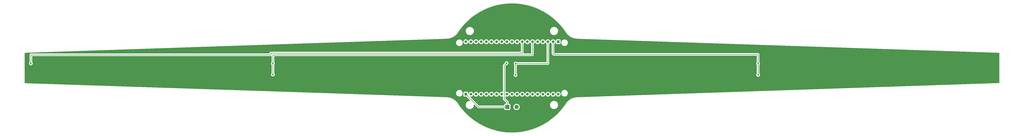
<source format=gbl>
G04 #@! TF.GenerationSoftware,KiCad,Pcbnew,(6.0.6)*
G04 #@! TF.CreationDate,2022-08-28T18:45:50+02:00*
G04 #@! TF.ProjectId,Pantalla_POV_V2,50616e74-616c-46c6-915f-504f565f5632,rev?*
G04 #@! TF.SameCoordinates,Original*
G04 #@! TF.FileFunction,Copper,L2,Bot*
G04 #@! TF.FilePolarity,Positive*
%FSLAX46Y46*%
G04 Gerber Fmt 4.6, Leading zero omitted, Abs format (unit mm)*
G04 Created by KiCad (PCBNEW (6.0.6)) date 2022-08-28 18:45:50*
%MOMM*%
%LPD*%
G01*
G04 APERTURE LIST*
G04 Aperture macros list*
%AMRoundRect*
0 Rectangle with rounded corners*
0 $1 Rounding radius*
0 $2 $3 $4 $5 $6 $7 $8 $9 X,Y pos of 4 corners*
0 Add a 4 corners polygon primitive as box body*
4,1,4,$2,$3,$4,$5,$6,$7,$8,$9,$2,$3,0*
0 Add four circle primitives for the rounded corners*
1,1,$1+$1,$2,$3*
1,1,$1+$1,$4,$5*
1,1,$1+$1,$6,$7*
1,1,$1+$1,$8,$9*
0 Add four rect primitives between the rounded corners*
20,1,$1+$1,$2,$3,$4,$5,0*
20,1,$1+$1,$4,$5,$6,$7,0*
20,1,$1+$1,$6,$7,$8,$9,0*
20,1,$1+$1,$8,$9,$2,$3,0*%
G04 Aperture macros list end*
G04 #@! TA.AperFunction,ComponentPad*
%ADD10RoundRect,0.250001X-0.799999X-0.799999X0.799999X-0.799999X0.799999X0.799999X-0.799999X0.799999X0*%
G04 #@! TD*
G04 #@! TA.AperFunction,ComponentPad*
%ADD11C,2.100000*%
G04 #@! TD*
G04 #@! TA.AperFunction,ComponentPad*
%ADD12R,1.350000X1.350000*%
G04 #@! TD*
G04 #@! TA.AperFunction,ComponentPad*
%ADD13C,1.350000*%
G04 #@! TD*
G04 #@! TA.AperFunction,ViaPad*
%ADD14C,0.800000*%
G04 #@! TD*
G04 #@! TA.AperFunction,Conductor*
%ADD15C,0.250000*%
G04 #@! TD*
G04 APERTURE END LIST*
D10*
X417750000Y-130500000D03*
D11*
X422350000Y-130500000D03*
D12*
X442920000Y-98180000D03*
D13*
X440380000Y-98180000D03*
X437840000Y-98180000D03*
X435300000Y-98180000D03*
X432760000Y-98180000D03*
X430220000Y-98180000D03*
X427680000Y-98180000D03*
X425140000Y-98180000D03*
X422600000Y-98180000D03*
X420060000Y-98180000D03*
X417520000Y-98180000D03*
X414980000Y-98180000D03*
X412440000Y-98180000D03*
X409900000Y-98180000D03*
X407360000Y-98180000D03*
X404820000Y-98180000D03*
X402280000Y-98180000D03*
X399740000Y-98180000D03*
X397200000Y-98180000D03*
D12*
X397200000Y-124180000D03*
D13*
X399740000Y-124180000D03*
X402280000Y-124180000D03*
X404820000Y-124180000D03*
X407360000Y-124180000D03*
X409900000Y-124180000D03*
X412440000Y-124180000D03*
X414980000Y-124180000D03*
X417520000Y-124180000D03*
X420060000Y-124180000D03*
X422600000Y-124180000D03*
X425140000Y-124180000D03*
X427680000Y-124180000D03*
X430220000Y-124180000D03*
X432760000Y-124180000D03*
X435300000Y-124180000D03*
X437840000Y-124180000D03*
X440380000Y-124180000D03*
X442920000Y-124180000D03*
D14*
X417430000Y-108770000D03*
X301810000Y-108960000D03*
X301800000Y-114470000D03*
X182100000Y-108950000D03*
X421810000Y-109000000D03*
X421820000Y-114720000D03*
X541810000Y-109010000D03*
X541820000Y-114620000D03*
D15*
X416240000Y-126580000D02*
X416240000Y-109960000D01*
X403520000Y-130500000D02*
X417750000Y-130500000D01*
X417750000Y-130500000D02*
X417750000Y-128090000D01*
X417750000Y-128090000D02*
X416240000Y-126580000D01*
X416240000Y-109960000D02*
X417430000Y-108770000D01*
X397200000Y-124180000D02*
X403520000Y-130500000D01*
X430110000Y-104650000D02*
X301800000Y-104650000D01*
X430220000Y-98180000D02*
X430220000Y-104540000D01*
X301800000Y-108950000D02*
X301810000Y-108960000D01*
X301810000Y-114460000D02*
X301800000Y-114470000D01*
X301810000Y-108960000D02*
X301810000Y-114460000D01*
X430220000Y-104540000D02*
X430110000Y-104650000D01*
X301800000Y-104650000D02*
X301800000Y-108950000D01*
X425120000Y-103810000D02*
X300770000Y-103810000D01*
X425140000Y-103790000D02*
X425120000Y-103810000D01*
X425140000Y-98180000D02*
X425140000Y-103790000D01*
X182100000Y-104650000D02*
X182100000Y-108950000D01*
X300770000Y-103810000D02*
X300770000Y-104650000D01*
X300770000Y-104650000D02*
X182100000Y-104650000D01*
X421810000Y-109000000D02*
X421820000Y-109010000D01*
X437800000Y-109000000D02*
X421810000Y-109000000D01*
X421820000Y-109010000D02*
X421820000Y-114720000D01*
X437840000Y-108960000D02*
X437800000Y-109000000D01*
X437840000Y-98180000D02*
X437840000Y-108960000D01*
X541810000Y-114610000D02*
X541820000Y-114620000D01*
X440780000Y-104490000D02*
X541780000Y-104490000D01*
X541810000Y-104520000D02*
X541810000Y-109010000D01*
X440380000Y-104090000D02*
X440780000Y-104490000D01*
X541780000Y-104490000D02*
X541810000Y-104520000D01*
X541810000Y-109010000D02*
X541810000Y-114610000D01*
X440380000Y-98180000D02*
X440380000Y-104090000D01*
G04 #@! TA.AperFunction,NonConductor*
G36*
X429008996Y-98394812D02*
G01*
X429060669Y-98443499D01*
X429074050Y-98476131D01*
X429099605Y-98576753D01*
X429102022Y-98581996D01*
X429147202Y-98680000D01*
X429190668Y-98774285D01*
X429194001Y-98779001D01*
X429281730Y-98903134D01*
X429316204Y-98951914D01*
X429472009Y-99103692D01*
X429476813Y-99106902D01*
X429530502Y-99142776D01*
X429576030Y-99197253D01*
X429586500Y-99247541D01*
X429586500Y-103890500D01*
X429566498Y-103958621D01*
X429512842Y-104005114D01*
X429460500Y-104016500D01*
X425896914Y-104016500D01*
X425828793Y-103996498D01*
X425782300Y-103942842D01*
X425772054Y-103875663D01*
X425773500Y-103870030D01*
X425773500Y-103849776D01*
X425775051Y-103830065D01*
X425776980Y-103817886D01*
X425778220Y-103810057D01*
X425774059Y-103766038D01*
X425773500Y-103754181D01*
X425773500Y-99251650D01*
X425793502Y-99183529D01*
X425818931Y-99154776D01*
X425833360Y-99142776D01*
X425980446Y-99020446D01*
X426119532Y-98853213D01*
X426225813Y-98663435D01*
X426227669Y-98657968D01*
X426227671Y-98657963D01*
X426292614Y-98466646D01*
X426333451Y-98408569D01*
X426399204Y-98381791D01*
X426468996Y-98394812D01*
X426520669Y-98443499D01*
X426534050Y-98476131D01*
X426559605Y-98576753D01*
X426562022Y-98581996D01*
X426607202Y-98680000D01*
X426650668Y-98774285D01*
X426654001Y-98779001D01*
X426741730Y-98903134D01*
X426776204Y-98951914D01*
X426932009Y-99103692D01*
X427112863Y-99224536D01*
X427118171Y-99226817D01*
X427118172Y-99226817D01*
X427307409Y-99308119D01*
X427307412Y-99308120D01*
X427312712Y-99310397D01*
X427318342Y-99311671D01*
X427416464Y-99333874D01*
X427524860Y-99358402D01*
X427530631Y-99358629D01*
X427530633Y-99358629D01*
X427603620Y-99361496D01*
X427742205Y-99366941D01*
X427957466Y-99335730D01*
X427962930Y-99333875D01*
X427962935Y-99333874D01*
X428157963Y-99267671D01*
X428157968Y-99267669D01*
X428163435Y-99265813D01*
X428353213Y-99159532D01*
X428520446Y-99020446D01*
X428659532Y-98853213D01*
X428765813Y-98663435D01*
X428767669Y-98657968D01*
X428767671Y-98657963D01*
X428832614Y-98466646D01*
X428873451Y-98408569D01*
X428939204Y-98381791D01*
X429008996Y-98394812D01*
G37*
G04 #@! TD.AperFunction*
G04 #@! TA.AperFunction,NonConductor*
G36*
X413768996Y-124394812D02*
G01*
X413820669Y-124443499D01*
X413834050Y-124476131D01*
X413859605Y-124576753D01*
X413950668Y-124774285D01*
X413954001Y-124779001D01*
X414041730Y-124903134D01*
X414076204Y-124951914D01*
X414080346Y-124955949D01*
X414131331Y-125005616D01*
X414232009Y-125103692D01*
X414412863Y-125224536D01*
X414418171Y-125226817D01*
X414418172Y-125226817D01*
X414607409Y-125308119D01*
X414607412Y-125308120D01*
X414612712Y-125310397D01*
X414618342Y-125311671D01*
X414716464Y-125333874D01*
X414824860Y-125358402D01*
X414830631Y-125358629D01*
X414830633Y-125358629D01*
X414903620Y-125361496D01*
X415042205Y-125366941D01*
X415257466Y-125335730D01*
X415440001Y-125273768D01*
X415510933Y-125270812D01*
X415572206Y-125306675D01*
X415604363Y-125369972D01*
X415606500Y-125393081D01*
X415606500Y-126501233D01*
X415605973Y-126512416D01*
X415604298Y-126519909D01*
X415604547Y-126527835D01*
X415604547Y-126527836D01*
X415606438Y-126587986D01*
X415606500Y-126591945D01*
X415606500Y-126619856D01*
X415606997Y-126623790D01*
X415606997Y-126623791D01*
X415607005Y-126623856D01*
X415607938Y-126635693D01*
X415609327Y-126679889D01*
X415612517Y-126690868D01*
X415614978Y-126699339D01*
X415618987Y-126718700D01*
X415621526Y-126738797D01*
X415624445Y-126746168D01*
X415624445Y-126746170D01*
X415637804Y-126779912D01*
X415641649Y-126791142D01*
X415653982Y-126833593D01*
X415658015Y-126840412D01*
X415658017Y-126840417D01*
X415664293Y-126851028D01*
X415672988Y-126868776D01*
X415680448Y-126887617D01*
X415685110Y-126894033D01*
X415685110Y-126894034D01*
X415706436Y-126923387D01*
X415712952Y-126933307D01*
X415735458Y-126971362D01*
X415749779Y-126985683D01*
X415762619Y-127000716D01*
X415774528Y-127017107D01*
X415780634Y-127022158D01*
X415808605Y-127045298D01*
X415817384Y-127053288D01*
X417079595Y-128315499D01*
X417113621Y-128377811D01*
X417116500Y-128404594D01*
X417116500Y-128815500D01*
X417096498Y-128883621D01*
X417042842Y-128930114D01*
X416990500Y-128941500D01*
X416899600Y-128941500D01*
X416896354Y-128941837D01*
X416896350Y-128941837D01*
X416800693Y-128951762D01*
X416800689Y-128951763D01*
X416793835Y-128952474D01*
X416787299Y-128954655D01*
X416787297Y-128954655D01*
X416716314Y-128978337D01*
X416626055Y-129008450D01*
X416475652Y-129101522D01*
X416350695Y-129226697D01*
X416346855Y-129232927D01*
X416346854Y-129232928D01*
X416286599Y-129330680D01*
X416257885Y-129377262D01*
X416202203Y-129545139D01*
X416191500Y-129649600D01*
X416191500Y-129740500D01*
X416171498Y-129808621D01*
X416117842Y-129855114D01*
X416065500Y-129866500D01*
X403834594Y-129866500D01*
X403766473Y-129846498D01*
X403745499Y-129829595D01*
X399489075Y-125573170D01*
X399455049Y-125510858D01*
X399460114Y-125440042D01*
X399502661Y-125383207D01*
X399569181Y-125358396D01*
X399584842Y-125358864D01*
X399584860Y-125358402D01*
X399802205Y-125366941D01*
X400017466Y-125335730D01*
X400022930Y-125333875D01*
X400022935Y-125333874D01*
X400217963Y-125267671D01*
X400217968Y-125267669D01*
X400223435Y-125265813D01*
X400413213Y-125159532D01*
X400580446Y-125020446D01*
X400719532Y-124853213D01*
X400825813Y-124663435D01*
X400827669Y-124657968D01*
X400827671Y-124657963D01*
X400892614Y-124466646D01*
X400933451Y-124408569D01*
X400999204Y-124381791D01*
X401068996Y-124394812D01*
X401120669Y-124443499D01*
X401134050Y-124476131D01*
X401159605Y-124576753D01*
X401250668Y-124774285D01*
X401254001Y-124779001D01*
X401341730Y-124903134D01*
X401376204Y-124951914D01*
X401380346Y-124955949D01*
X401431331Y-125005616D01*
X401532009Y-125103692D01*
X401712863Y-125224536D01*
X401718171Y-125226817D01*
X401718172Y-125226817D01*
X401907409Y-125308119D01*
X401907412Y-125308120D01*
X401912712Y-125310397D01*
X401918342Y-125311671D01*
X402016464Y-125333874D01*
X402124860Y-125358402D01*
X402130631Y-125358629D01*
X402130633Y-125358629D01*
X402203620Y-125361496D01*
X402342205Y-125366941D01*
X402557466Y-125335730D01*
X402562930Y-125333875D01*
X402562935Y-125333874D01*
X402757963Y-125267671D01*
X402757968Y-125267669D01*
X402763435Y-125265813D01*
X402953213Y-125159532D01*
X403120446Y-125020446D01*
X403259532Y-124853213D01*
X403365813Y-124663435D01*
X403367669Y-124657968D01*
X403367671Y-124657963D01*
X403432614Y-124466646D01*
X403473451Y-124408569D01*
X403539204Y-124381791D01*
X403608996Y-124394812D01*
X403660669Y-124443499D01*
X403674050Y-124476131D01*
X403699605Y-124576753D01*
X403790668Y-124774285D01*
X403794001Y-124779001D01*
X403881730Y-124903134D01*
X403916204Y-124951914D01*
X403920346Y-124955949D01*
X403971331Y-125005616D01*
X404072009Y-125103692D01*
X404252863Y-125224536D01*
X404258171Y-125226817D01*
X404258172Y-125226817D01*
X404447409Y-125308119D01*
X404447412Y-125308120D01*
X404452712Y-125310397D01*
X404458342Y-125311671D01*
X404556464Y-125333874D01*
X404664860Y-125358402D01*
X404670631Y-125358629D01*
X404670633Y-125358629D01*
X404743620Y-125361496D01*
X404882205Y-125366941D01*
X405097466Y-125335730D01*
X405102930Y-125333875D01*
X405102935Y-125333874D01*
X405297963Y-125267671D01*
X405297968Y-125267669D01*
X405303435Y-125265813D01*
X405493213Y-125159532D01*
X405660446Y-125020446D01*
X405799532Y-124853213D01*
X405905813Y-124663435D01*
X405907669Y-124657968D01*
X405907671Y-124657963D01*
X405972614Y-124466646D01*
X406013451Y-124408569D01*
X406079204Y-124381791D01*
X406148996Y-124394812D01*
X406200669Y-124443499D01*
X406214050Y-124476131D01*
X406239605Y-124576753D01*
X406330668Y-124774285D01*
X406334001Y-124779001D01*
X406421730Y-124903134D01*
X406456204Y-124951914D01*
X406460346Y-124955949D01*
X406511331Y-125005616D01*
X406612009Y-125103692D01*
X406792863Y-125224536D01*
X406798171Y-125226817D01*
X406798172Y-125226817D01*
X406987409Y-125308119D01*
X406987412Y-125308120D01*
X406992712Y-125310397D01*
X406998342Y-125311671D01*
X407096464Y-125333874D01*
X407204860Y-125358402D01*
X407210631Y-125358629D01*
X407210633Y-125358629D01*
X407283620Y-125361496D01*
X407422205Y-125366941D01*
X407637466Y-125335730D01*
X407642930Y-125333875D01*
X407642935Y-125333874D01*
X407837963Y-125267671D01*
X407837968Y-125267669D01*
X407843435Y-125265813D01*
X408033213Y-125159532D01*
X408200446Y-125020446D01*
X408339532Y-124853213D01*
X408445813Y-124663435D01*
X408447669Y-124657968D01*
X408447671Y-124657963D01*
X408512614Y-124466646D01*
X408553451Y-124408569D01*
X408619204Y-124381791D01*
X408688996Y-124394812D01*
X408740669Y-124443499D01*
X408754050Y-124476131D01*
X408779605Y-124576753D01*
X408870668Y-124774285D01*
X408874001Y-124779001D01*
X408961730Y-124903134D01*
X408996204Y-124951914D01*
X409000346Y-124955949D01*
X409051331Y-125005616D01*
X409152009Y-125103692D01*
X409332863Y-125224536D01*
X409338171Y-125226817D01*
X409338172Y-125226817D01*
X409527409Y-125308119D01*
X409527412Y-125308120D01*
X409532712Y-125310397D01*
X409538342Y-125311671D01*
X409636464Y-125333874D01*
X409744860Y-125358402D01*
X409750631Y-125358629D01*
X409750633Y-125358629D01*
X409823620Y-125361496D01*
X409962205Y-125366941D01*
X410177466Y-125335730D01*
X410182930Y-125333875D01*
X410182935Y-125333874D01*
X410377963Y-125267671D01*
X410377968Y-125267669D01*
X410383435Y-125265813D01*
X410573213Y-125159532D01*
X410740446Y-125020446D01*
X410879532Y-124853213D01*
X410985813Y-124663435D01*
X410987669Y-124657968D01*
X410987671Y-124657963D01*
X411052614Y-124466646D01*
X411093451Y-124408569D01*
X411159204Y-124381791D01*
X411228996Y-124394812D01*
X411280669Y-124443499D01*
X411294050Y-124476131D01*
X411319605Y-124576753D01*
X411410668Y-124774285D01*
X411414001Y-124779001D01*
X411501730Y-124903134D01*
X411536204Y-124951914D01*
X411540346Y-124955949D01*
X411591331Y-125005616D01*
X411692009Y-125103692D01*
X411872863Y-125224536D01*
X411878171Y-125226817D01*
X411878172Y-125226817D01*
X412067409Y-125308119D01*
X412067412Y-125308120D01*
X412072712Y-125310397D01*
X412078342Y-125311671D01*
X412176464Y-125333874D01*
X412284860Y-125358402D01*
X412290631Y-125358629D01*
X412290633Y-125358629D01*
X412363620Y-125361496D01*
X412502205Y-125366941D01*
X412717466Y-125335730D01*
X412722930Y-125333875D01*
X412722935Y-125333874D01*
X412917963Y-125267671D01*
X412917968Y-125267669D01*
X412923435Y-125265813D01*
X413113213Y-125159532D01*
X413280446Y-125020446D01*
X413419532Y-124853213D01*
X413525813Y-124663435D01*
X413527669Y-124657968D01*
X413527671Y-124657963D01*
X413592614Y-124466646D01*
X413633451Y-124408569D01*
X413699204Y-124381791D01*
X413768996Y-124394812D01*
G37*
G04 #@! TD.AperFunction*
G04 #@! TA.AperFunction,NonConductor*
G36*
X421144538Y-79219258D02*
G01*
X421148907Y-79219408D01*
X422252351Y-79276448D01*
X422256711Y-79276749D01*
X422860402Y-79328999D01*
X423357565Y-79372028D01*
X423361886Y-79372479D01*
X424458711Y-79505873D01*
X424463021Y-79506473D01*
X425554632Y-79677840D01*
X425558924Y-79678591D01*
X425581168Y-79682878D01*
X426643890Y-79887706D01*
X426648167Y-79888608D01*
X427271592Y-80031356D01*
X427725212Y-80135223D01*
X427729431Y-80136266D01*
X428196746Y-80260474D01*
X428797308Y-80420097D01*
X428801512Y-80421293D01*
X429241015Y-80554590D01*
X429858899Y-80741988D01*
X429863014Y-80743315D01*
X430908672Y-81100501D01*
X430912721Y-81101963D01*
X431555409Y-81346702D01*
X431945343Y-81495192D01*
X431949400Y-81496818D01*
X432205730Y-81604752D01*
X432967743Y-81925617D01*
X432971715Y-81927371D01*
X433390010Y-82120848D01*
X433974576Y-82391232D01*
X433978510Y-82393135D01*
X434964680Y-82891498D01*
X434968546Y-82893537D01*
X435524461Y-83199121D01*
X435936819Y-83425792D01*
X435940586Y-83427949D01*
X436415228Y-83710724D01*
X436889857Y-83993492D01*
X436893572Y-83995794D01*
X437310169Y-84263990D01*
X437822615Y-84593891D01*
X437826219Y-84596300D01*
X438319428Y-84938580D01*
X438733999Y-85226287D01*
X438737546Y-85228841D01*
X439622896Y-85889907D01*
X439626352Y-85892582D01*
X440488260Y-86583973D01*
X440491621Y-86586767D01*
X441328990Y-87307598D01*
X441332253Y-87310506D01*
X441633840Y-87588903D01*
X442144189Y-88060011D01*
X442147314Y-88062998D01*
X442285694Y-88199927D01*
X442932720Y-88840166D01*
X442935774Y-88843294D01*
X443693768Y-89647251D01*
X443696704Y-89650475D01*
X443711418Y-89667208D01*
X444426352Y-90480231D01*
X444429181Y-90483563D01*
X445129604Y-91338112D01*
X445132313Y-91341537D01*
X445684102Y-92064506D01*
X445802690Y-92219884D01*
X445805269Y-92223388D01*
X446412990Y-93079665D01*
X446419135Y-93088323D01*
X446430087Y-93106958D01*
X446438218Y-93123990D01*
X446444795Y-93131341D01*
X446459515Y-93151501D01*
X446474079Y-93176276D01*
X446483165Y-93195176D01*
X446490328Y-93213932D01*
X446496558Y-93224830D01*
X446499596Y-93228636D01*
X446502154Y-93232402D01*
X446506229Y-93238112D01*
X446638281Y-93445895D01*
X446758762Y-93635471D01*
X446760055Y-93637224D01*
X446760063Y-93637236D01*
X446979617Y-93934955D01*
X447047910Y-94027561D01*
X447363509Y-94398692D01*
X447704044Y-94747084D01*
X448067882Y-95071063D01*
X448069616Y-95072404D01*
X448069621Y-95072408D01*
X448213601Y-95183743D01*
X448453277Y-95369077D01*
X448858379Y-95639693D01*
X448860262Y-95640770D01*
X448860268Y-95640774D01*
X449069812Y-95760654D01*
X449281245Y-95881615D01*
X449283200Y-95882560D01*
X449283209Y-95882565D01*
X449674536Y-96071773D01*
X449719844Y-96093680D01*
X449721877Y-96094494D01*
X449721878Y-96094495D01*
X450170042Y-96274059D01*
X450170051Y-96274062D01*
X450172072Y-96274872D01*
X450174143Y-96275540D01*
X450174150Y-96275542D01*
X450419893Y-96354745D01*
X450635760Y-96424320D01*
X451108682Y-96541308D01*
X451110842Y-96541686D01*
X451110847Y-96541687D01*
X451408044Y-96593688D01*
X451588568Y-96625274D01*
X451954859Y-96663481D01*
X452070939Y-96675589D01*
X452070941Y-96675589D01*
X452073116Y-96675816D01*
X452075307Y-96675892D01*
X452075308Y-96675892D01*
X452087745Y-96676323D01*
X452529235Y-96691624D01*
X452537785Y-96692488D01*
X452537799Y-96692333D01*
X452542643Y-96692767D01*
X452547448Y-96693576D01*
X452553780Y-96693653D01*
X452555135Y-96693670D01*
X452555139Y-96693670D01*
X452560000Y-96693729D01*
X452564814Y-96693040D01*
X452564824Y-96693039D01*
X452577004Y-96691295D01*
X452599078Y-96690094D01*
X619967640Y-102294398D01*
X660979717Y-103667680D01*
X661047130Y-103689950D01*
X661091801Y-103745132D01*
X661101500Y-103793609D01*
X661101500Y-118566395D01*
X661081498Y-118634516D01*
X661027842Y-118681009D01*
X660979719Y-118692323D01*
X452606374Y-125670771D01*
X452581444Y-125669127D01*
X452576571Y-125668315D01*
X452576569Y-125668315D01*
X452571764Y-125667514D01*
X452566900Y-125667462D01*
X452566895Y-125667462D01*
X452565571Y-125667448D01*
X452559212Y-125667381D01*
X452554394Y-125668078D01*
X452549550Y-125668401D01*
X452549542Y-125668279D01*
X452545444Y-125668651D01*
X452381780Y-125674715D01*
X452064048Y-125686489D01*
X452064039Y-125686490D01*
X452061817Y-125686572D01*
X451955273Y-125698128D01*
X451569217Y-125740000D01*
X451569204Y-125740002D01*
X451566981Y-125740243D01*
X451564770Y-125740643D01*
X451564771Y-125740643D01*
X451079413Y-125828480D01*
X451079399Y-125828483D01*
X451077200Y-125828881D01*
X451075031Y-125829435D01*
X451075026Y-125829436D01*
X450597112Y-125951487D01*
X450597104Y-125951489D01*
X450594940Y-125952042D01*
X450592812Y-125952750D01*
X450592804Y-125952752D01*
X450150416Y-126099865D01*
X450122633Y-126109104D01*
X450120596Y-126109946D01*
X450120583Y-126109951D01*
X449686545Y-126289400D01*
X449662658Y-126299276D01*
X449217332Y-126521599D01*
X448788900Y-126774954D01*
X448787051Y-126776233D01*
X448787049Y-126776234D01*
X448381364Y-127056789D01*
X448381356Y-127056795D01*
X448379521Y-127058064D01*
X448377780Y-127059461D01*
X448377774Y-127059465D01*
X447992999Y-127368104D01*
X447992988Y-127368114D01*
X447991257Y-127369502D01*
X447989626Y-127371012D01*
X447989623Y-127371015D01*
X447774544Y-127570195D01*
X447626064Y-127707699D01*
X447285784Y-128070950D01*
X446972130Y-128457426D01*
X446686683Y-128865180D01*
X446685541Y-128867085D01*
X446685532Y-128867100D01*
X446541985Y-129106704D01*
X446458328Y-129246343D01*
X446445508Y-129267741D01*
X446441856Y-129273479D01*
X446439438Y-129277061D01*
X446436413Y-129280872D01*
X446430214Y-129291787D01*
X446429798Y-129292885D01*
X446420101Y-129309493D01*
X446226432Y-129582161D01*
X445820648Y-130153465D01*
X445818092Y-130156935D01*
X445336968Y-130786953D01*
X445148899Y-131033223D01*
X445146194Y-131036641D01*
X445062904Y-131138220D01*
X444546414Y-131768120D01*
X444447099Y-131889242D01*
X444444285Y-131892556D01*
X444294094Y-132063319D01*
X443716103Y-132720477D01*
X443713181Y-132723685D01*
X443638812Y-132802563D01*
X442956793Y-133525921D01*
X442953748Y-133529041D01*
X442170061Y-134304630D01*
X442166912Y-134307640D01*
X441356863Y-135055657D01*
X441353639Y-135058533D01*
X440619198Y-135691090D01*
X440518190Y-135778085D01*
X440514838Y-135780872D01*
X439655036Y-136471063D01*
X439651590Y-136473733D01*
X438768396Y-137133790D01*
X438764859Y-137136339D01*
X437859386Y-137765431D01*
X437855764Y-137767856D01*
X436929037Y-138365271D01*
X436925332Y-138367569D01*
X435978542Y-138932537D01*
X435974761Y-138934706D01*
X435876612Y-138988760D01*
X435008934Y-139466618D01*
X435005119Y-139468633D01*
X434569017Y-139689503D01*
X434021486Y-139966807D01*
X434017568Y-139968707D01*
X433017270Y-140432564D01*
X433013327Y-140434310D01*
X432592603Y-140611993D01*
X431997593Y-140863281D01*
X431993548Y-140864907D01*
X430963640Y-141258463D01*
X430959542Y-141259949D01*
X429916586Y-141617658D01*
X429912438Y-141619001D01*
X428857740Y-141940414D01*
X428853549Y-141941612D01*
X427788386Y-142226342D01*
X427784155Y-142227395D01*
X427315757Y-142335391D01*
X426709754Y-142475113D01*
X426705527Y-142476011D01*
X425623161Y-142686421D01*
X425618881Y-142687176D01*
X425502850Y-142705592D01*
X424529955Y-142860006D01*
X424525638Y-142860615D01*
X423431361Y-142995676D01*
X423427026Y-142996135D01*
X422328745Y-143093259D01*
X422324397Y-143093568D01*
X421741622Y-143124837D01*
X421223368Y-143152644D01*
X421219061Y-143152800D01*
X420532989Y-143165839D01*
X420116685Y-143173751D01*
X420112326Y-143173759D01*
X419577067Y-143165410D01*
X419009835Y-143156562D01*
X419005510Y-143156420D01*
X418599215Y-143136007D01*
X417904328Y-143101096D01*
X417899978Y-143100802D01*
X416801371Y-143007420D01*
X416797035Y-143006976D01*
X415702305Y-142875644D01*
X415697986Y-142875050D01*
X414608462Y-142705927D01*
X414604166Y-142705184D01*
X414212963Y-142630517D01*
X413521132Y-142498470D01*
X413516888Y-142497583D01*
X412441613Y-142253518D01*
X412437411Y-142252487D01*
X411371275Y-141971385D01*
X411367080Y-141970201D01*
X410311292Y-141652381D01*
X410307140Y-141651052D01*
X410001996Y-141547555D01*
X409262989Y-141296903D01*
X409258939Y-141295452D01*
X408227604Y-140905372D01*
X408223558Y-140903761D01*
X408128808Y-140864125D01*
X407206422Y-140478274D01*
X407202433Y-140476524D01*
X406200575Y-140016083D01*
X406196646Y-140014194D01*
X405211353Y-139519389D01*
X405207492Y-139517366D01*
X404566078Y-139166962D01*
X404239854Y-138988746D01*
X404236139Y-138986633D01*
X403287343Y-138424840D01*
X403283649Y-138422565D01*
X402354892Y-137828311D01*
X402351262Y-137825898D01*
X401443665Y-137199903D01*
X401440134Y-137197378D01*
X400554642Y-136540292D01*
X400551227Y-136537664D01*
X399689079Y-135850405D01*
X399685718Y-135847630D01*
X399631356Y-135801131D01*
X398847833Y-135130935D01*
X398844572Y-135128047D01*
X398031980Y-134382794D01*
X398028819Y-134379792D01*
X397242524Y-133606906D01*
X397239468Y-133603797D01*
X396480352Y-132804142D01*
X396477406Y-132800929D01*
X395746416Y-131975503D01*
X395743583Y-131972190D01*
X395368614Y-131518050D01*
X395041572Y-131121957D01*
X395038889Y-131118590D01*
X394610036Y-130560968D01*
X394366715Y-130244585D01*
X394364117Y-130241084D01*
X393748366Y-129380394D01*
X393737344Y-129361801D01*
X393733044Y-129352882D01*
X393729147Y-129344798D01*
X393723136Y-129338131D01*
X393718131Y-129330680D01*
X393718518Y-129330420D01*
X393711353Y-129320440D01*
X393700740Y-129301537D01*
X393691986Y-129282334D01*
X393689204Y-129274566D01*
X393685336Y-129263765D01*
X393683016Y-129259502D01*
X393683014Y-129259497D01*
X393681659Y-129257008D01*
X393679336Y-129252739D01*
X393676381Y-129248874D01*
X393673735Y-129244796D01*
X393673797Y-129244756D01*
X393670948Y-129240584D01*
X393422443Y-128831494D01*
X393422440Y-128831489D01*
X393421288Y-128829593D01*
X393134718Y-128425255D01*
X392820307Y-128042166D01*
X392479626Y-127682239D01*
X392474240Y-127677299D01*
X392116014Y-127348773D01*
X392116011Y-127348770D01*
X392114376Y-127347271D01*
X392112650Y-127345899D01*
X392112639Y-127345890D01*
X391728125Y-127040322D01*
X391728112Y-127040313D01*
X391726380Y-127038936D01*
X391317578Y-126758772D01*
X391315671Y-126757654D01*
X391315661Y-126757648D01*
X391029542Y-126589958D01*
X390890010Y-126508180D01*
X390445811Y-126288410D01*
X389987200Y-126100560D01*
X389985097Y-126099868D01*
X389985090Y-126099865D01*
X389746453Y-126021293D01*
X389516468Y-125945569D01*
X389514321Y-125945027D01*
X389514315Y-125945025D01*
X389038109Y-125824751D01*
X389038096Y-125824748D01*
X389035965Y-125824210D01*
X388548091Y-125737089D01*
X388545887Y-125736854D01*
X388545877Y-125736853D01*
X388057503Y-125684878D01*
X388057493Y-125684877D01*
X388055282Y-125684642D01*
X388053056Y-125684563D01*
X388053052Y-125684563D01*
X387662953Y-125670771D01*
X387589497Y-125668174D01*
X387582224Y-125667436D01*
X387582203Y-125667666D01*
X387577345Y-125667230D01*
X387572552Y-125666424D01*
X387566313Y-125666348D01*
X387564860Y-125666330D01*
X387564857Y-125666330D01*
X387560000Y-125666271D01*
X387542989Y-125668707D01*
X387520921Y-125669909D01*
X328008690Y-123680000D01*
X392421449Y-123680000D01*
X392441622Y-123936326D01*
X392442776Y-123941133D01*
X392442777Y-123941139D01*
X392480796Y-124099498D01*
X392501645Y-124186340D01*
X392503538Y-124190911D01*
X392503539Y-124190913D01*
X392587997Y-124394812D01*
X392600040Y-124423887D01*
X392734384Y-124643116D01*
X392901369Y-124838631D01*
X393096884Y-125005616D01*
X393316113Y-125139960D01*
X393320683Y-125141853D01*
X393320687Y-125141855D01*
X393549087Y-125236461D01*
X393553660Y-125238355D01*
X393631285Y-125256991D01*
X393798861Y-125297223D01*
X393798867Y-125297224D01*
X393803674Y-125298378D01*
X393892965Y-125305405D01*
X393993363Y-125313307D01*
X393993372Y-125313307D01*
X393995820Y-125313500D01*
X394124180Y-125313500D01*
X394126628Y-125313307D01*
X394126637Y-125313307D01*
X394227035Y-125305405D01*
X394316326Y-125298378D01*
X394321133Y-125297224D01*
X394321139Y-125297223D01*
X394488715Y-125256991D01*
X394566340Y-125238355D01*
X394570913Y-125236461D01*
X394799313Y-125141855D01*
X394799317Y-125141853D01*
X394803887Y-125139960D01*
X395023116Y-125005616D01*
X395143107Y-124903134D01*
X396016500Y-124903134D01*
X396023255Y-124965316D01*
X396074385Y-125101705D01*
X396161739Y-125218261D01*
X396278295Y-125305615D01*
X396414684Y-125356745D01*
X396476866Y-125363500D01*
X397435406Y-125363500D01*
X397503527Y-125383502D01*
X397524501Y-125400405D01*
X399441132Y-127317036D01*
X399475158Y-127379348D01*
X399470093Y-127450163D01*
X399427546Y-127506999D01*
X399361026Y-127531810D01*
X399351380Y-127532129D01*
X399318292Y-127531956D01*
X399097877Y-127530802D01*
X399097871Y-127530802D01*
X399093591Y-127530780D01*
X399089347Y-127531339D01*
X399089343Y-127531339D01*
X398970302Y-127547011D01*
X398822078Y-127566525D01*
X398817938Y-127567658D01*
X398817936Y-127567658D01*
X398745008Y-127587609D01*
X398557928Y-127638788D01*
X398553980Y-127640472D01*
X398309982Y-127744546D01*
X398309978Y-127744548D01*
X398306030Y-127746232D01*
X398214165Y-127801212D01*
X398074725Y-127884664D01*
X398074721Y-127884667D01*
X398071043Y-127886868D01*
X397857318Y-128058094D01*
X397668808Y-128256742D01*
X397509002Y-128479136D01*
X397380857Y-128721161D01*
X397379385Y-128725184D01*
X397379383Y-128725188D01*
X397294521Y-128957083D01*
X397286743Y-128978337D01*
X397228404Y-129245907D01*
X397206917Y-129518918D01*
X397207334Y-129526156D01*
X397222682Y-129792320D01*
X397275405Y-130061053D01*
X397276792Y-130065103D01*
X397276793Y-130065108D01*
X397343649Y-130260377D01*
X397364112Y-130320144D01*
X397393238Y-130378054D01*
X397462837Y-130516437D01*
X397487160Y-130564799D01*
X397489586Y-130568328D01*
X397489589Y-130568334D01*
X397614013Y-130749370D01*
X397642274Y-130790490D01*
X397826582Y-130993043D01*
X397829877Y-130995798D01*
X397829878Y-130995799D01*
X397898008Y-131052764D01*
X398036675Y-131168707D01*
X398040316Y-131170991D01*
X398265024Y-131311951D01*
X398265028Y-131311953D01*
X398268664Y-131314234D01*
X398393460Y-131370582D01*
X398514345Y-131425164D01*
X398514349Y-131425166D01*
X398518257Y-131426930D01*
X398522377Y-131428150D01*
X398522376Y-131428150D01*
X398776723Y-131503491D01*
X398776727Y-131503492D01*
X398780836Y-131504709D01*
X398785070Y-131505357D01*
X398785075Y-131505358D01*
X399047298Y-131545483D01*
X399047300Y-131545483D01*
X399051540Y-131546132D01*
X399190912Y-131548322D01*
X399321071Y-131550367D01*
X399321077Y-131550367D01*
X399325362Y-131550434D01*
X399597235Y-131517534D01*
X399862127Y-131448041D01*
X399866087Y-131446401D01*
X399866092Y-131446399D01*
X399988632Y-131395641D01*
X400115136Y-131343241D01*
X400351582Y-131205073D01*
X400567089Y-131036094D01*
X400571909Y-131031121D01*
X400754686Y-130842509D01*
X400757669Y-130839431D01*
X400760202Y-130835983D01*
X400760206Y-130835978D01*
X400917257Y-130622178D01*
X400919795Y-130618723D01*
X400947154Y-130568334D01*
X401048418Y-130381830D01*
X401048419Y-130381828D01*
X401050468Y-130378054D01*
X401134672Y-130155214D01*
X401145751Y-130125895D01*
X401145752Y-130125891D01*
X401147269Y-130121877D01*
X401195230Y-129912467D01*
X401207449Y-129859117D01*
X401207450Y-129859113D01*
X401208407Y-129854933D01*
X401209470Y-129843029D01*
X401232531Y-129584627D01*
X401232531Y-129584625D01*
X401232751Y-129582161D01*
X401233193Y-129540000D01*
X401224528Y-129412899D01*
X401239850Y-129343577D01*
X401290219Y-129293542D01*
X401359643Y-129278682D01*
X401426081Y-129303714D01*
X401439331Y-129315235D01*
X403016343Y-130892247D01*
X403023887Y-130900537D01*
X403028000Y-130907018D01*
X403033777Y-130912443D01*
X403077667Y-130953658D01*
X403080509Y-130956413D01*
X403100231Y-130976135D01*
X403103373Y-130978572D01*
X403103433Y-130978619D01*
X403112445Y-130986317D01*
X403119608Y-130993043D01*
X403144679Y-131016586D01*
X403151622Y-131020403D01*
X403162431Y-131026345D01*
X403178953Y-131037198D01*
X403194959Y-131049614D01*
X403202237Y-131052764D01*
X403202238Y-131052764D01*
X403235537Y-131067174D01*
X403246187Y-131072391D01*
X403284940Y-131093695D01*
X403292615Y-131095666D01*
X403292616Y-131095666D01*
X403304562Y-131098733D01*
X403323267Y-131105137D01*
X403341855Y-131113181D01*
X403349678Y-131114420D01*
X403349688Y-131114423D01*
X403385524Y-131120099D01*
X403397144Y-131122505D01*
X403432289Y-131131528D01*
X403439970Y-131133500D01*
X403460224Y-131133500D01*
X403479934Y-131135051D01*
X403499943Y-131138220D01*
X403507835Y-131137474D01*
X403543961Y-131134059D01*
X403555819Y-131133500D01*
X416065500Y-131133500D01*
X416133621Y-131153502D01*
X416180114Y-131207158D01*
X416191500Y-131259500D01*
X416191500Y-131350400D01*
X416191837Y-131353646D01*
X416191837Y-131353650D01*
X416201461Y-131446399D01*
X416202474Y-131456165D01*
X416204655Y-131462701D01*
X416204655Y-131462703D01*
X416233902Y-131550367D01*
X416258450Y-131623945D01*
X416351522Y-131774348D01*
X416476697Y-131899305D01*
X416482927Y-131903145D01*
X416482928Y-131903146D01*
X416620090Y-131987694D01*
X416627262Y-131992115D01*
X416707005Y-132018564D01*
X416788611Y-132045632D01*
X416788613Y-132045632D01*
X416795139Y-132047797D01*
X416801975Y-132048497D01*
X416801978Y-132048498D01*
X416845031Y-132052909D01*
X416899600Y-132058500D01*
X418600400Y-132058500D01*
X418603646Y-132058163D01*
X418603650Y-132058163D01*
X418699307Y-132048238D01*
X418699311Y-132048237D01*
X418706165Y-132047526D01*
X418712701Y-132045345D01*
X418712703Y-132045345D01*
X418844805Y-132001272D01*
X418873945Y-131991550D01*
X419024348Y-131898478D01*
X419149305Y-131773303D01*
X419242115Y-131622738D01*
X419297797Y-131454861D01*
X419308500Y-131350400D01*
X419308500Y-130500000D01*
X420786681Y-130500000D01*
X420805928Y-130744557D01*
X420807082Y-130749364D01*
X420807083Y-130749370D01*
X420827771Y-130835541D01*
X420863195Y-130983092D01*
X420865088Y-130987663D01*
X420865089Y-130987665D01*
X420892054Y-131052764D01*
X420957073Y-131209732D01*
X421085248Y-131418896D01*
X421088463Y-131422660D01*
X421088465Y-131422663D01*
X421169934Y-131518050D01*
X421244567Y-131605433D01*
X421248323Y-131608641D01*
X421266242Y-131623945D01*
X421431104Y-131764752D01*
X421435327Y-131767340D01*
X421435330Y-131767342D01*
X421436600Y-131768120D01*
X421640268Y-131892927D01*
X421662974Y-131902332D01*
X421862335Y-131984911D01*
X421862337Y-131984912D01*
X421866908Y-131986805D01*
X421896328Y-131993868D01*
X422100630Y-132042917D01*
X422100636Y-132042918D01*
X422105443Y-132044072D01*
X422350000Y-132063319D01*
X422594557Y-132044072D01*
X422599364Y-132042918D01*
X422599370Y-132042917D01*
X422803672Y-131993868D01*
X422833092Y-131986805D01*
X422837663Y-131984912D01*
X422837665Y-131984911D01*
X423037026Y-131902332D01*
X423059732Y-131892927D01*
X423263400Y-131768120D01*
X423264670Y-131767342D01*
X423264673Y-131767340D01*
X423268896Y-131764752D01*
X423433759Y-131623945D01*
X423451677Y-131608641D01*
X423455433Y-131605433D01*
X423530066Y-131518050D01*
X423611535Y-131422663D01*
X423611537Y-131422660D01*
X423614752Y-131418896D01*
X423742927Y-131209732D01*
X423807946Y-131052764D01*
X423834911Y-130987665D01*
X423834912Y-130987663D01*
X423836805Y-130983092D01*
X423872229Y-130835541D01*
X423892917Y-130749370D01*
X423892918Y-130749364D01*
X423894072Y-130744557D01*
X423913319Y-130500000D01*
X423894072Y-130255443D01*
X423891466Y-130244585D01*
X423837960Y-130021720D01*
X423836805Y-130016908D01*
X423742927Y-129790268D01*
X423614752Y-129581104D01*
X423588779Y-129550693D01*
X423561640Y-129518918D01*
X438866917Y-129518918D01*
X438867334Y-129526156D01*
X438882682Y-129792320D01*
X438935405Y-130061053D01*
X438936792Y-130065103D01*
X438936793Y-130065108D01*
X439003649Y-130260377D01*
X439024112Y-130320144D01*
X439053238Y-130378054D01*
X439122837Y-130516437D01*
X439147160Y-130564799D01*
X439149586Y-130568328D01*
X439149589Y-130568334D01*
X439274013Y-130749370D01*
X439302274Y-130790490D01*
X439486582Y-130993043D01*
X439489877Y-130995798D01*
X439489878Y-130995799D01*
X439558008Y-131052764D01*
X439696675Y-131168707D01*
X439700316Y-131170991D01*
X439925024Y-131311951D01*
X439925028Y-131311953D01*
X439928664Y-131314234D01*
X440053460Y-131370582D01*
X440174345Y-131425164D01*
X440174349Y-131425166D01*
X440178257Y-131426930D01*
X440182377Y-131428150D01*
X440182376Y-131428150D01*
X440436723Y-131503491D01*
X440436727Y-131503492D01*
X440440836Y-131504709D01*
X440445070Y-131505357D01*
X440445075Y-131505358D01*
X440707298Y-131545483D01*
X440707300Y-131545483D01*
X440711540Y-131546132D01*
X440850912Y-131548322D01*
X440981071Y-131550367D01*
X440981077Y-131550367D01*
X440985362Y-131550434D01*
X441257235Y-131517534D01*
X441522127Y-131448041D01*
X441526087Y-131446401D01*
X441526092Y-131446399D01*
X441648632Y-131395641D01*
X441775136Y-131343241D01*
X442011582Y-131205073D01*
X442227089Y-131036094D01*
X442231909Y-131031121D01*
X442414686Y-130842509D01*
X442417669Y-130839431D01*
X442420202Y-130835983D01*
X442420206Y-130835978D01*
X442577257Y-130622178D01*
X442579795Y-130618723D01*
X442607154Y-130568334D01*
X442708418Y-130381830D01*
X442708419Y-130381828D01*
X442710468Y-130378054D01*
X442794672Y-130155214D01*
X442805751Y-130125895D01*
X442805752Y-130125891D01*
X442807269Y-130121877D01*
X442855230Y-129912467D01*
X442867449Y-129859117D01*
X442867450Y-129859113D01*
X442868407Y-129854933D01*
X442869470Y-129843029D01*
X442892531Y-129584627D01*
X442892531Y-129584625D01*
X442892751Y-129582161D01*
X442893193Y-129540000D01*
X442891465Y-129514648D01*
X442874859Y-129271055D01*
X442874858Y-129271049D01*
X442874567Y-129266778D01*
X442870007Y-129244756D01*
X442821813Y-129012040D01*
X442819032Y-128998612D01*
X442727617Y-128740465D01*
X442602013Y-128497112D01*
X442592040Y-128482921D01*
X442481836Y-128326117D01*
X442444545Y-128273057D01*
X442347629Y-128168763D01*
X442261046Y-128075588D01*
X442261043Y-128075585D01*
X442258125Y-128072445D01*
X442254810Y-128069731D01*
X442254806Y-128069728D01*
X442110122Y-127951306D01*
X442046205Y-127898990D01*
X441812704Y-127755901D01*
X441808768Y-127754173D01*
X441565873Y-127647549D01*
X441565869Y-127647548D01*
X441561945Y-127645825D01*
X441298566Y-127570800D01*
X441294324Y-127570196D01*
X441294318Y-127570195D01*
X441093834Y-127541662D01*
X441027443Y-127532213D01*
X440883589Y-127531460D01*
X440757877Y-127530802D01*
X440757871Y-127530802D01*
X440753591Y-127530780D01*
X440749347Y-127531339D01*
X440749343Y-127531339D01*
X440630302Y-127547011D01*
X440482078Y-127566525D01*
X440477938Y-127567658D01*
X440477936Y-127567658D01*
X440405008Y-127587609D01*
X440217928Y-127638788D01*
X440213980Y-127640472D01*
X439969982Y-127744546D01*
X439969978Y-127744548D01*
X439966030Y-127746232D01*
X439874165Y-127801212D01*
X439734725Y-127884664D01*
X439734721Y-127884667D01*
X439731043Y-127886868D01*
X439517318Y-128058094D01*
X439328808Y-128256742D01*
X439169002Y-128479136D01*
X439040857Y-128721161D01*
X439039385Y-128725184D01*
X439039383Y-128725188D01*
X438954521Y-128957083D01*
X438946743Y-128978337D01*
X438888404Y-129245907D01*
X438866917Y-129518918D01*
X423561640Y-129518918D01*
X423458641Y-129398323D01*
X423455433Y-129394567D01*
X423451677Y-129391359D01*
X423272663Y-129238465D01*
X423272660Y-129238463D01*
X423268896Y-129235248D01*
X423264673Y-129232660D01*
X423264670Y-129232658D01*
X423128815Y-129149407D01*
X423059732Y-129107073D01*
X422859752Y-129024238D01*
X422837665Y-129015089D01*
X422837663Y-129015088D01*
X422833092Y-129013195D01*
X422750437Y-128993351D01*
X422599370Y-128957083D01*
X422599364Y-128957082D01*
X422594557Y-128955928D01*
X422350000Y-128936681D01*
X422105443Y-128955928D01*
X422100636Y-128957082D01*
X422100630Y-128957083D01*
X421949563Y-128993351D01*
X421866908Y-129013195D01*
X421862337Y-129015088D01*
X421862335Y-129015089D01*
X421840248Y-129024238D01*
X421640268Y-129107073D01*
X421571185Y-129149407D01*
X421435330Y-129232658D01*
X421435327Y-129232660D01*
X421431104Y-129235248D01*
X421427340Y-129238463D01*
X421427337Y-129238465D01*
X421248323Y-129391359D01*
X421244567Y-129394567D01*
X421241359Y-129398323D01*
X421111222Y-129550693D01*
X421085248Y-129581104D01*
X420957073Y-129790268D01*
X420863195Y-130016908D01*
X420862040Y-130021720D01*
X420808535Y-130244585D01*
X420805928Y-130255443D01*
X420786681Y-130500000D01*
X419308500Y-130500000D01*
X419308500Y-129649600D01*
X419308163Y-129646350D01*
X419298238Y-129550693D01*
X419298237Y-129550689D01*
X419297526Y-129543835D01*
X419287789Y-129514648D01*
X419243868Y-129383003D01*
X419241550Y-129376055D01*
X419148478Y-129225652D01*
X419023303Y-129100695D01*
X419017072Y-129096854D01*
X418878968Y-129011725D01*
X418878966Y-129011724D01*
X418872738Y-129007885D01*
X418712254Y-128954655D01*
X418711389Y-128954368D01*
X418711387Y-128954368D01*
X418704861Y-128952203D01*
X418698025Y-128951503D01*
X418698022Y-128951502D01*
X418654969Y-128947091D01*
X418600400Y-128941500D01*
X418509500Y-128941500D01*
X418441379Y-128921498D01*
X418394886Y-128867842D01*
X418383500Y-128815500D01*
X418383500Y-128168763D01*
X418384027Y-128157579D01*
X418385701Y-128150091D01*
X418383562Y-128082032D01*
X418383500Y-128078075D01*
X418383500Y-128050144D01*
X418382994Y-128046138D01*
X418382061Y-128034292D01*
X418381838Y-128027177D01*
X418380673Y-127990110D01*
X418375022Y-127970658D01*
X418371014Y-127951306D01*
X418369468Y-127939068D01*
X418369467Y-127939066D01*
X418368474Y-127931203D01*
X418352194Y-127890086D01*
X418348359Y-127878885D01*
X418336018Y-127836406D01*
X418331985Y-127829587D01*
X418331983Y-127829582D01*
X418325707Y-127818971D01*
X418317010Y-127801221D01*
X418309552Y-127782383D01*
X418283571Y-127746623D01*
X418277053Y-127736701D01*
X418258578Y-127705460D01*
X418258574Y-127705455D01*
X418254542Y-127698637D01*
X418240218Y-127684313D01*
X418227376Y-127669278D01*
X418215472Y-127652893D01*
X418181406Y-127624711D01*
X418172627Y-127616722D01*
X416910405Y-126354500D01*
X416876379Y-126292188D01*
X416873500Y-126265405D01*
X416873500Y-125381709D01*
X416893502Y-125313588D01*
X416947158Y-125267095D01*
X417017432Y-125256991D01*
X417049236Y-125265941D01*
X417067455Y-125273768D01*
X417147409Y-125308119D01*
X417147412Y-125308120D01*
X417152712Y-125310397D01*
X417158342Y-125311671D01*
X417256464Y-125333874D01*
X417364860Y-125358402D01*
X417370631Y-125358629D01*
X417370633Y-125358629D01*
X417443620Y-125361496D01*
X417582205Y-125366941D01*
X417797466Y-125335730D01*
X417802930Y-125333875D01*
X417802935Y-125333874D01*
X417997963Y-125267671D01*
X417997968Y-125267669D01*
X418003435Y-125265813D01*
X418193213Y-125159532D01*
X418360446Y-125020446D01*
X418499532Y-124853213D01*
X418605813Y-124663435D01*
X418607669Y-124657968D01*
X418607671Y-124657963D01*
X418672614Y-124466646D01*
X418713451Y-124408569D01*
X418779204Y-124381791D01*
X418848996Y-124394812D01*
X418900669Y-124443499D01*
X418914050Y-124476131D01*
X418939605Y-124576753D01*
X419030668Y-124774285D01*
X419034001Y-124779001D01*
X419121730Y-124903134D01*
X419156204Y-124951914D01*
X419160346Y-124955949D01*
X419211331Y-125005616D01*
X419312009Y-125103692D01*
X419492863Y-125224536D01*
X419498171Y-125226817D01*
X419498172Y-125226817D01*
X419687409Y-125308119D01*
X419687412Y-125308120D01*
X419692712Y-125310397D01*
X419698342Y-125311671D01*
X419796464Y-125333874D01*
X419904860Y-125358402D01*
X419910631Y-125358629D01*
X419910633Y-125358629D01*
X419983620Y-125361496D01*
X420122205Y-125366941D01*
X420337466Y-125335730D01*
X420342930Y-125333875D01*
X420342935Y-125333874D01*
X420537963Y-125267671D01*
X420537968Y-125267669D01*
X420543435Y-125265813D01*
X420733213Y-125159532D01*
X420900446Y-125020446D01*
X421039532Y-124853213D01*
X421145813Y-124663435D01*
X421147669Y-124657968D01*
X421147671Y-124657963D01*
X421212614Y-124466646D01*
X421253451Y-124408569D01*
X421319204Y-124381791D01*
X421388996Y-124394812D01*
X421440669Y-124443499D01*
X421454050Y-124476131D01*
X421479605Y-124576753D01*
X421570668Y-124774285D01*
X421574001Y-124779001D01*
X421661730Y-124903134D01*
X421696204Y-124951914D01*
X421700346Y-124955949D01*
X421751331Y-125005616D01*
X421852009Y-125103692D01*
X422032863Y-125224536D01*
X422038171Y-125226817D01*
X422038172Y-125226817D01*
X422227409Y-125308119D01*
X422227412Y-125308120D01*
X422232712Y-125310397D01*
X422238342Y-125311671D01*
X422336464Y-125333874D01*
X422444860Y-125358402D01*
X422450631Y-125358629D01*
X422450633Y-125358629D01*
X422523620Y-125361496D01*
X422662205Y-125366941D01*
X422877466Y-125335730D01*
X422882930Y-125333875D01*
X422882935Y-125333874D01*
X423077963Y-125267671D01*
X423077968Y-125267669D01*
X423083435Y-125265813D01*
X423273213Y-125159532D01*
X423440446Y-125020446D01*
X423579532Y-124853213D01*
X423685813Y-124663435D01*
X423687669Y-124657968D01*
X423687671Y-124657963D01*
X423752614Y-124466646D01*
X423793451Y-124408569D01*
X423859204Y-124381791D01*
X423928996Y-124394812D01*
X423980669Y-124443499D01*
X423994050Y-124476131D01*
X424019605Y-124576753D01*
X424110668Y-124774285D01*
X424114001Y-124779001D01*
X424201730Y-124903134D01*
X424236204Y-124951914D01*
X424240346Y-124955949D01*
X424291331Y-125005616D01*
X424392009Y-125103692D01*
X424572863Y-125224536D01*
X424578171Y-125226817D01*
X424578172Y-125226817D01*
X424767409Y-125308119D01*
X424767412Y-125308120D01*
X424772712Y-125310397D01*
X424778342Y-125311671D01*
X424876464Y-125333874D01*
X424984860Y-125358402D01*
X424990631Y-125358629D01*
X424990633Y-125358629D01*
X425063620Y-125361496D01*
X425202205Y-125366941D01*
X425417466Y-125335730D01*
X425422930Y-125333875D01*
X425422935Y-125333874D01*
X425617963Y-125267671D01*
X425617968Y-125267669D01*
X425623435Y-125265813D01*
X425813213Y-125159532D01*
X425980446Y-125020446D01*
X426119532Y-124853213D01*
X426225813Y-124663435D01*
X426227669Y-124657968D01*
X426227671Y-124657963D01*
X426292614Y-124466646D01*
X426333451Y-124408569D01*
X426399204Y-124381791D01*
X426468996Y-124394812D01*
X426520669Y-124443499D01*
X426534050Y-124476131D01*
X426559605Y-124576753D01*
X426650668Y-124774285D01*
X426654001Y-124779001D01*
X426741730Y-124903134D01*
X426776204Y-124951914D01*
X426780346Y-124955949D01*
X426831331Y-125005616D01*
X426932009Y-125103692D01*
X427112863Y-125224536D01*
X427118171Y-125226817D01*
X427118172Y-125226817D01*
X427307409Y-125308119D01*
X427307412Y-125308120D01*
X427312712Y-125310397D01*
X427318342Y-125311671D01*
X427416464Y-125333874D01*
X427524860Y-125358402D01*
X427530631Y-125358629D01*
X427530633Y-125358629D01*
X427603620Y-125361496D01*
X427742205Y-125366941D01*
X427957466Y-125335730D01*
X427962930Y-125333875D01*
X427962935Y-125333874D01*
X428157963Y-125267671D01*
X428157968Y-125267669D01*
X428163435Y-125265813D01*
X428353213Y-125159532D01*
X428520446Y-125020446D01*
X428659532Y-124853213D01*
X428765813Y-124663435D01*
X428767669Y-124657968D01*
X428767671Y-124657963D01*
X428832614Y-124466646D01*
X428873451Y-124408569D01*
X428939204Y-124381791D01*
X429008996Y-124394812D01*
X429060669Y-124443499D01*
X429074050Y-124476131D01*
X429099605Y-124576753D01*
X429190668Y-124774285D01*
X429194001Y-124779001D01*
X429281730Y-124903134D01*
X429316204Y-124951914D01*
X429320346Y-124955949D01*
X429371331Y-125005616D01*
X429472009Y-125103692D01*
X429652863Y-125224536D01*
X429658171Y-125226817D01*
X429658172Y-125226817D01*
X429847409Y-125308119D01*
X429847412Y-125308120D01*
X429852712Y-125310397D01*
X429858342Y-125311671D01*
X429956464Y-125333874D01*
X430064860Y-125358402D01*
X430070631Y-125358629D01*
X430070633Y-125358629D01*
X430143620Y-125361496D01*
X430282205Y-125366941D01*
X430497466Y-125335730D01*
X430502930Y-125333875D01*
X430502935Y-125333874D01*
X430697963Y-125267671D01*
X430697968Y-125267669D01*
X430703435Y-125265813D01*
X430893213Y-125159532D01*
X431060446Y-125020446D01*
X431199532Y-124853213D01*
X431305813Y-124663435D01*
X431307669Y-124657968D01*
X431307671Y-124657963D01*
X431372614Y-124466646D01*
X431413451Y-124408569D01*
X431479204Y-124381791D01*
X431548996Y-124394812D01*
X431600669Y-124443499D01*
X431614050Y-124476131D01*
X431639605Y-124576753D01*
X431730668Y-124774285D01*
X431734001Y-124779001D01*
X431821730Y-124903134D01*
X431856204Y-124951914D01*
X431860346Y-124955949D01*
X431911331Y-125005616D01*
X432012009Y-125103692D01*
X432192863Y-125224536D01*
X432198171Y-125226817D01*
X432198172Y-125226817D01*
X432387409Y-125308119D01*
X432387412Y-125308120D01*
X432392712Y-125310397D01*
X432398342Y-125311671D01*
X432496464Y-125333874D01*
X432604860Y-125358402D01*
X432610631Y-125358629D01*
X432610633Y-125358629D01*
X432683620Y-125361496D01*
X432822205Y-125366941D01*
X433037466Y-125335730D01*
X433042930Y-125333875D01*
X433042935Y-125333874D01*
X433237963Y-125267671D01*
X433237968Y-125267669D01*
X433243435Y-125265813D01*
X433433213Y-125159532D01*
X433600446Y-125020446D01*
X433739532Y-124853213D01*
X433845813Y-124663435D01*
X433847669Y-124657968D01*
X433847671Y-124657963D01*
X433912614Y-124466646D01*
X433953451Y-124408569D01*
X434019204Y-124381791D01*
X434088996Y-124394812D01*
X434140669Y-124443499D01*
X434154050Y-124476131D01*
X434179605Y-124576753D01*
X434270668Y-124774285D01*
X434274001Y-124779001D01*
X434361730Y-124903134D01*
X434396204Y-124951914D01*
X434400346Y-124955949D01*
X434451331Y-125005616D01*
X434552009Y-125103692D01*
X434732863Y-125224536D01*
X434738171Y-125226817D01*
X434738172Y-125226817D01*
X434927409Y-125308119D01*
X434927412Y-125308120D01*
X434932712Y-125310397D01*
X434938342Y-125311671D01*
X435036464Y-125333874D01*
X435144860Y-125358402D01*
X435150631Y-125358629D01*
X435150633Y-125358629D01*
X435223620Y-125361496D01*
X435362205Y-125366941D01*
X435577466Y-125335730D01*
X435582930Y-125333875D01*
X435582935Y-125333874D01*
X435777963Y-125267671D01*
X435777968Y-125267669D01*
X435783435Y-125265813D01*
X435973213Y-125159532D01*
X436140446Y-125020446D01*
X436279532Y-124853213D01*
X436385813Y-124663435D01*
X436387669Y-124657968D01*
X436387671Y-124657963D01*
X436452614Y-124466646D01*
X436493451Y-124408569D01*
X436559204Y-124381791D01*
X436628996Y-124394812D01*
X436680669Y-124443499D01*
X436694050Y-124476131D01*
X436719605Y-124576753D01*
X436810668Y-124774285D01*
X436814001Y-124779001D01*
X436901730Y-124903134D01*
X436936204Y-124951914D01*
X436940346Y-124955949D01*
X436991331Y-125005616D01*
X437092009Y-125103692D01*
X437272863Y-125224536D01*
X437278171Y-125226817D01*
X437278172Y-125226817D01*
X437467409Y-125308119D01*
X437467412Y-125308120D01*
X437472712Y-125310397D01*
X437478342Y-125311671D01*
X437576464Y-125333874D01*
X437684860Y-125358402D01*
X437690631Y-125358629D01*
X437690633Y-125358629D01*
X437763620Y-125361496D01*
X437902205Y-125366941D01*
X438117466Y-125335730D01*
X438122930Y-125333875D01*
X438122935Y-125333874D01*
X438317963Y-125267671D01*
X438317968Y-125267669D01*
X438323435Y-125265813D01*
X438513213Y-125159532D01*
X438680446Y-125020446D01*
X438819532Y-124853213D01*
X438925813Y-124663435D01*
X438927669Y-124657968D01*
X438927671Y-124657963D01*
X438992614Y-124466646D01*
X439033451Y-124408569D01*
X439099204Y-124381791D01*
X439168996Y-124394812D01*
X439220669Y-124443499D01*
X439234050Y-124476131D01*
X439259605Y-124576753D01*
X439350668Y-124774285D01*
X439354001Y-124779001D01*
X439441730Y-124903134D01*
X439476204Y-124951914D01*
X439480346Y-124955949D01*
X439531331Y-125005616D01*
X439632009Y-125103692D01*
X439812863Y-125224536D01*
X439818171Y-125226817D01*
X439818172Y-125226817D01*
X440007409Y-125308119D01*
X440007412Y-125308120D01*
X440012712Y-125310397D01*
X440018342Y-125311671D01*
X440116464Y-125333874D01*
X440224860Y-125358402D01*
X440230631Y-125358629D01*
X440230633Y-125358629D01*
X440303620Y-125361496D01*
X440442205Y-125366941D01*
X440657466Y-125335730D01*
X440662930Y-125333875D01*
X440662935Y-125333874D01*
X440857963Y-125267671D01*
X440857968Y-125267669D01*
X440863435Y-125265813D01*
X441053213Y-125159532D01*
X441220446Y-125020446D01*
X441359532Y-124853213D01*
X441465813Y-124663435D01*
X441467669Y-124657968D01*
X441467671Y-124657963D01*
X441532614Y-124466646D01*
X441573451Y-124408569D01*
X441639204Y-124381791D01*
X441708996Y-124394812D01*
X441760669Y-124443499D01*
X441774050Y-124476131D01*
X441799605Y-124576753D01*
X441890668Y-124774285D01*
X441894001Y-124779001D01*
X441981730Y-124903134D01*
X442016204Y-124951914D01*
X442020346Y-124955949D01*
X442071331Y-125005616D01*
X442172009Y-125103692D01*
X442352863Y-125224536D01*
X442358171Y-125226817D01*
X442358172Y-125226817D01*
X442547409Y-125308119D01*
X442547412Y-125308120D01*
X442552712Y-125310397D01*
X442558342Y-125311671D01*
X442656464Y-125333874D01*
X442764860Y-125358402D01*
X442770631Y-125358629D01*
X442770633Y-125358629D01*
X442843620Y-125361496D01*
X442982205Y-125366941D01*
X443197466Y-125335730D01*
X443202930Y-125333875D01*
X443202935Y-125333874D01*
X443397963Y-125267671D01*
X443397968Y-125267669D01*
X443403435Y-125265813D01*
X443593213Y-125159532D01*
X443760446Y-125020446D01*
X443899532Y-124853213D01*
X444005813Y-124663435D01*
X444007669Y-124657968D01*
X444007671Y-124657963D01*
X444073874Y-124462935D01*
X444073875Y-124462930D01*
X444075730Y-124457466D01*
X444106941Y-124242205D01*
X444108570Y-124180000D01*
X444088667Y-123963400D01*
X444081032Y-123936326D01*
X444040650Y-123793143D01*
X444029626Y-123754055D01*
X443993106Y-123680000D01*
X444421449Y-123680000D01*
X444441622Y-123936326D01*
X444442776Y-123941133D01*
X444442777Y-123941139D01*
X444480796Y-124099498D01*
X444501645Y-124186340D01*
X444503538Y-124190911D01*
X444503539Y-124190913D01*
X444587997Y-124394812D01*
X444600040Y-124423887D01*
X444734384Y-124643116D01*
X444901369Y-124838631D01*
X445096884Y-125005616D01*
X445316113Y-125139960D01*
X445320683Y-125141853D01*
X445320687Y-125141855D01*
X445549087Y-125236461D01*
X445553660Y-125238355D01*
X445631285Y-125256991D01*
X445798861Y-125297223D01*
X445798867Y-125297224D01*
X445803674Y-125298378D01*
X445892965Y-125305405D01*
X445993363Y-125313307D01*
X445993372Y-125313307D01*
X445995820Y-125313500D01*
X446124180Y-125313500D01*
X446126628Y-125313307D01*
X446126637Y-125313307D01*
X446227035Y-125305405D01*
X446316326Y-125298378D01*
X446321133Y-125297224D01*
X446321139Y-125297223D01*
X446488715Y-125256991D01*
X446566340Y-125238355D01*
X446570913Y-125236461D01*
X446799313Y-125141855D01*
X446799317Y-125141853D01*
X446803887Y-125139960D01*
X447023116Y-125005616D01*
X447218631Y-124838631D01*
X447385616Y-124643116D01*
X447519960Y-124423887D01*
X447532004Y-124394812D01*
X447616461Y-124190913D01*
X447616462Y-124190911D01*
X447618355Y-124186340D01*
X447639204Y-124099498D01*
X447677223Y-123941139D01*
X447677224Y-123941133D01*
X447678378Y-123936326D01*
X447698551Y-123680000D01*
X447678378Y-123423674D01*
X447673305Y-123402540D01*
X447630017Y-123222237D01*
X447618355Y-123173660D01*
X447595646Y-123118836D01*
X447521855Y-122940687D01*
X447521853Y-122940683D01*
X447519960Y-122936113D01*
X447385616Y-122716884D01*
X447218631Y-122521369D01*
X447023116Y-122354384D01*
X446803887Y-122220040D01*
X446799317Y-122218147D01*
X446799313Y-122218145D01*
X446570913Y-122123539D01*
X446570911Y-122123538D01*
X446566340Y-122121645D01*
X446479498Y-122100796D01*
X446321139Y-122062777D01*
X446321133Y-122062776D01*
X446316326Y-122061622D01*
X446227035Y-122054595D01*
X446126637Y-122046693D01*
X446126628Y-122046693D01*
X446124180Y-122046500D01*
X445995820Y-122046500D01*
X445993372Y-122046693D01*
X445993363Y-122046693D01*
X445892965Y-122054595D01*
X445803674Y-122061622D01*
X445798867Y-122062776D01*
X445798861Y-122062777D01*
X445640502Y-122100796D01*
X445553660Y-122121645D01*
X445549089Y-122123538D01*
X445549087Y-122123539D01*
X445320687Y-122218145D01*
X445320683Y-122218147D01*
X445316113Y-122220040D01*
X445096884Y-122354384D01*
X444901369Y-122521369D01*
X444734384Y-122716884D01*
X444600040Y-122936113D01*
X444598147Y-122940683D01*
X444598145Y-122940687D01*
X444524354Y-123118836D01*
X444501645Y-123173660D01*
X444489983Y-123222237D01*
X444446696Y-123402540D01*
X444441622Y-123423674D01*
X444421449Y-123680000D01*
X443993106Y-123680000D01*
X443933423Y-123558974D01*
X443816609Y-123402540D01*
X443806733Y-123389315D01*
X443806732Y-123389314D01*
X443803280Y-123384691D01*
X443675641Y-123266703D01*
X443647796Y-123240963D01*
X443647793Y-123240961D01*
X443643556Y-123237044D01*
X443459599Y-123120976D01*
X443257572Y-123040376D01*
X443044239Y-122997941D01*
X443038464Y-122997865D01*
X443038460Y-122997865D01*
X442929419Y-122996438D01*
X442826746Y-122995094D01*
X442821049Y-122996073D01*
X442821048Y-122996073D01*
X442618065Y-123030952D01*
X442618062Y-123030953D01*
X442612375Y-123031930D01*
X442408307Y-123107214D01*
X442221376Y-123218427D01*
X442057842Y-123361842D01*
X441923181Y-123532658D01*
X441821905Y-123725154D01*
X441820192Y-123730671D01*
X441769647Y-123893449D01*
X441730344Y-123952574D01*
X441665315Y-123981064D01*
X441595205Y-123969874D01*
X441542276Y-123922556D01*
X441528049Y-123890295D01*
X441489626Y-123754055D01*
X441393423Y-123558974D01*
X441276609Y-123402540D01*
X441266733Y-123389315D01*
X441266732Y-123389314D01*
X441263280Y-123384691D01*
X441135641Y-123266703D01*
X441107796Y-123240963D01*
X441107793Y-123240961D01*
X441103556Y-123237044D01*
X440919599Y-123120976D01*
X440717572Y-123040376D01*
X440504239Y-122997941D01*
X440498464Y-122997865D01*
X440498460Y-122997865D01*
X440389419Y-122996438D01*
X440286746Y-122995094D01*
X440281049Y-122996073D01*
X440281048Y-122996073D01*
X440078065Y-123030952D01*
X440078062Y-123030953D01*
X440072375Y-123031930D01*
X439868307Y-123107214D01*
X439681376Y-123218427D01*
X439517842Y-123361842D01*
X439383181Y-123532658D01*
X439281905Y-123725154D01*
X439280192Y-123730671D01*
X439229647Y-123893449D01*
X439190344Y-123952574D01*
X439125315Y-123981064D01*
X439055205Y-123969874D01*
X439002276Y-123922556D01*
X438988049Y-123890295D01*
X438949626Y-123754055D01*
X438853423Y-123558974D01*
X438736609Y-123402540D01*
X438726733Y-123389315D01*
X438726732Y-123389314D01*
X438723280Y-123384691D01*
X438595641Y-123266703D01*
X438567796Y-123240963D01*
X438567793Y-123240961D01*
X438563556Y-123237044D01*
X438379599Y-123120976D01*
X438177572Y-123040376D01*
X437964239Y-122997941D01*
X437958464Y-122997865D01*
X437958460Y-122997865D01*
X437849419Y-122996438D01*
X437746746Y-122995094D01*
X437741049Y-122996073D01*
X437741048Y-122996073D01*
X437538065Y-123030952D01*
X437538062Y-123030953D01*
X437532375Y-123031930D01*
X437328307Y-123107214D01*
X437141376Y-123218427D01*
X436977842Y-123361842D01*
X436843181Y-123532658D01*
X436741905Y-123725154D01*
X436740192Y-123730671D01*
X436689647Y-123893449D01*
X436650344Y-123952574D01*
X436585315Y-123981064D01*
X436515205Y-123969874D01*
X436462276Y-123922556D01*
X436448049Y-123890295D01*
X436409626Y-123754055D01*
X436313423Y-123558974D01*
X436196609Y-123402540D01*
X436186733Y-123389315D01*
X436186732Y-123389314D01*
X436183280Y-123384691D01*
X436055641Y-123266703D01*
X436027796Y-123240963D01*
X436027793Y-123240961D01*
X436023556Y-123237044D01*
X435839599Y-123120976D01*
X435637572Y-123040376D01*
X435424239Y-122997941D01*
X435418464Y-122997865D01*
X435418460Y-122997865D01*
X435309419Y-122996438D01*
X435206746Y-122995094D01*
X435201049Y-122996073D01*
X435201048Y-122996073D01*
X434998065Y-123030952D01*
X434998062Y-123030953D01*
X434992375Y-123031930D01*
X434788307Y-123107214D01*
X434601376Y-123218427D01*
X434437842Y-123361842D01*
X434303181Y-123532658D01*
X434201905Y-123725154D01*
X434200192Y-123730671D01*
X434149647Y-123893449D01*
X434110344Y-123952574D01*
X434045315Y-123981064D01*
X433975205Y-123969874D01*
X433922276Y-123922556D01*
X433908049Y-123890295D01*
X433869626Y-123754055D01*
X433773423Y-123558974D01*
X433656609Y-123402540D01*
X433646733Y-123389315D01*
X433646732Y-123389314D01*
X433643280Y-123384691D01*
X433515641Y-123266703D01*
X433487796Y-123240963D01*
X433487793Y-123240961D01*
X433483556Y-123237044D01*
X433299599Y-123120976D01*
X433097572Y-123040376D01*
X432884239Y-122997941D01*
X432878464Y-122997865D01*
X432878460Y-122997865D01*
X432769419Y-122996438D01*
X432666746Y-122995094D01*
X432661049Y-122996073D01*
X432661048Y-122996073D01*
X432458065Y-123030952D01*
X432458062Y-123030953D01*
X432452375Y-123031930D01*
X432248307Y-123107214D01*
X432061376Y-123218427D01*
X431897842Y-123361842D01*
X431763181Y-123532658D01*
X431661905Y-123725154D01*
X431660192Y-123730671D01*
X431609647Y-123893449D01*
X431570344Y-123952574D01*
X431505315Y-123981064D01*
X431435205Y-123969874D01*
X431382276Y-123922556D01*
X431368049Y-123890295D01*
X431329626Y-123754055D01*
X431233423Y-123558974D01*
X431116609Y-123402540D01*
X431106733Y-123389315D01*
X431106732Y-123389314D01*
X431103280Y-123384691D01*
X430975641Y-123266703D01*
X430947796Y-123240963D01*
X430947793Y-123240961D01*
X430943556Y-123237044D01*
X430759599Y-123120976D01*
X430557572Y-123040376D01*
X430344239Y-122997941D01*
X430338464Y-122997865D01*
X430338460Y-122997865D01*
X430229419Y-122996438D01*
X430126746Y-122995094D01*
X430121049Y-122996073D01*
X430121048Y-122996073D01*
X429918065Y-123030952D01*
X429918062Y-123030953D01*
X429912375Y-123031930D01*
X429708307Y-123107214D01*
X429521376Y-123218427D01*
X429357842Y-123361842D01*
X429223181Y-123532658D01*
X429121905Y-123725154D01*
X429120192Y-123730671D01*
X429069647Y-123893449D01*
X429030344Y-123952574D01*
X428965315Y-123981064D01*
X428895205Y-123969874D01*
X428842276Y-123922556D01*
X428828049Y-123890295D01*
X428789626Y-123754055D01*
X428693423Y-123558974D01*
X428576609Y-123402540D01*
X428566733Y-123389315D01*
X428566732Y-123389314D01*
X428563280Y-123384691D01*
X428435641Y-123266703D01*
X428407796Y-123240963D01*
X428407793Y-123240961D01*
X428403556Y-123237044D01*
X428219599Y-123120976D01*
X428017572Y-123040376D01*
X427804239Y-122997941D01*
X427798464Y-122997865D01*
X427798460Y-122997865D01*
X427689419Y-122996438D01*
X427586746Y-122995094D01*
X427581049Y-122996073D01*
X427581048Y-122996073D01*
X427378065Y-123030952D01*
X427378062Y-123030953D01*
X427372375Y-123031930D01*
X427168307Y-123107214D01*
X426981376Y-123218427D01*
X426817842Y-123361842D01*
X426683181Y-123532658D01*
X426581905Y-123725154D01*
X426580192Y-123730671D01*
X426529647Y-123893449D01*
X426490344Y-123952574D01*
X426425315Y-123981064D01*
X426355205Y-123969874D01*
X426302276Y-123922556D01*
X426288049Y-123890295D01*
X426249626Y-123754055D01*
X426153423Y-123558974D01*
X426036609Y-123402540D01*
X426026733Y-123389315D01*
X426026732Y-123389314D01*
X426023280Y-123384691D01*
X425895641Y-123266703D01*
X425867796Y-123240963D01*
X425867793Y-123240961D01*
X425863556Y-123237044D01*
X425679599Y-123120976D01*
X425477572Y-123040376D01*
X425264239Y-122997941D01*
X425258464Y-122997865D01*
X425258460Y-122997865D01*
X425149419Y-122996438D01*
X425046746Y-122995094D01*
X425041049Y-122996073D01*
X425041048Y-122996073D01*
X424838065Y-123030952D01*
X424838062Y-123030953D01*
X424832375Y-123031930D01*
X424628307Y-123107214D01*
X424441376Y-123218427D01*
X424277842Y-123361842D01*
X424143181Y-123532658D01*
X424041905Y-123725154D01*
X424040192Y-123730671D01*
X423989647Y-123893449D01*
X423950344Y-123952574D01*
X423885315Y-123981064D01*
X423815205Y-123969874D01*
X423762276Y-123922556D01*
X423748049Y-123890295D01*
X423709626Y-123754055D01*
X423613423Y-123558974D01*
X423496609Y-123402540D01*
X423486733Y-123389315D01*
X423486732Y-123389314D01*
X423483280Y-123384691D01*
X423355641Y-123266703D01*
X423327796Y-123240963D01*
X423327793Y-123240961D01*
X423323556Y-123237044D01*
X423139599Y-123120976D01*
X422937572Y-123040376D01*
X422724239Y-122997941D01*
X422718464Y-122997865D01*
X422718460Y-122997865D01*
X422609419Y-122996438D01*
X422506746Y-122995094D01*
X422501049Y-122996073D01*
X422501048Y-122996073D01*
X422298065Y-123030952D01*
X422298062Y-123030953D01*
X422292375Y-123031930D01*
X422088307Y-123107214D01*
X421901376Y-123218427D01*
X421737842Y-123361842D01*
X421603181Y-123532658D01*
X421501905Y-123725154D01*
X421500192Y-123730671D01*
X421449647Y-123893449D01*
X421410344Y-123952574D01*
X421345315Y-123981064D01*
X421275205Y-123969874D01*
X421222276Y-123922556D01*
X421208049Y-123890295D01*
X421169626Y-123754055D01*
X421073423Y-123558974D01*
X420956609Y-123402540D01*
X420946733Y-123389315D01*
X420946732Y-123389314D01*
X420943280Y-123384691D01*
X420815641Y-123266703D01*
X420787796Y-123240963D01*
X420787793Y-123240961D01*
X420783556Y-123237044D01*
X420599599Y-123120976D01*
X420397572Y-123040376D01*
X420184239Y-122997941D01*
X420178464Y-122997865D01*
X420178460Y-122997865D01*
X420069419Y-122996438D01*
X419966746Y-122995094D01*
X419961049Y-122996073D01*
X419961048Y-122996073D01*
X419758065Y-123030952D01*
X419758062Y-123030953D01*
X419752375Y-123031930D01*
X419548307Y-123107214D01*
X419361376Y-123218427D01*
X419197842Y-123361842D01*
X419063181Y-123532658D01*
X418961905Y-123725154D01*
X418960192Y-123730671D01*
X418909647Y-123893449D01*
X418870344Y-123952574D01*
X418805315Y-123981064D01*
X418735205Y-123969874D01*
X418682276Y-123922556D01*
X418668049Y-123890295D01*
X418629626Y-123754055D01*
X418533423Y-123558974D01*
X418416609Y-123402540D01*
X418406733Y-123389315D01*
X418406732Y-123389314D01*
X418403280Y-123384691D01*
X418275641Y-123266703D01*
X418247796Y-123240963D01*
X418247793Y-123240961D01*
X418243556Y-123237044D01*
X418059599Y-123120976D01*
X417857572Y-123040376D01*
X417644239Y-122997941D01*
X417638464Y-122997865D01*
X417638460Y-122997865D01*
X417529419Y-122996438D01*
X417426746Y-122995094D01*
X417421049Y-122996073D01*
X417421048Y-122996073D01*
X417218065Y-123030952D01*
X417218062Y-123030953D01*
X417212375Y-123031930D01*
X417043108Y-123094375D01*
X416972277Y-123099187D01*
X416910087Y-123064940D01*
X416876285Y-123002506D01*
X416873500Y-122976163D01*
X416873500Y-110274594D01*
X416893502Y-110206473D01*
X416910405Y-110185499D01*
X417380499Y-109715405D01*
X417442811Y-109681379D01*
X417469594Y-109678500D01*
X417525487Y-109678500D01*
X417531939Y-109677128D01*
X417531944Y-109677128D01*
X417618888Y-109658647D01*
X417712288Y-109638794D01*
X417722923Y-109634059D01*
X417880722Y-109563803D01*
X417880724Y-109563802D01*
X417886752Y-109561118D01*
X417899513Y-109551847D01*
X417972345Y-109498931D01*
X418041253Y-109448866D01*
X418084437Y-109400905D01*
X418164621Y-109311852D01*
X418164622Y-109311851D01*
X418169040Y-109306944D01*
X418256069Y-109156206D01*
X418261223Y-109147279D01*
X418261224Y-109147278D01*
X418264527Y-109141556D01*
X418323542Y-108959928D01*
X418324586Y-108950000D01*
X418342814Y-108776565D01*
X418343504Y-108770000D01*
X418328025Y-108622721D01*
X418324232Y-108586635D01*
X418324232Y-108586633D01*
X418323542Y-108580072D01*
X418264527Y-108398444D01*
X418238228Y-108352892D01*
X418216695Y-108315597D01*
X418169040Y-108233056D01*
X418041253Y-108091134D01*
X417886752Y-107978882D01*
X417880724Y-107976198D01*
X417880722Y-107976197D01*
X417718319Y-107903891D01*
X417718318Y-107903891D01*
X417712288Y-107901206D01*
X417618888Y-107881353D01*
X417531944Y-107862872D01*
X417531939Y-107862872D01*
X417525487Y-107861500D01*
X417334513Y-107861500D01*
X417328061Y-107862872D01*
X417328056Y-107862872D01*
X417241113Y-107881353D01*
X417147712Y-107901206D01*
X417141682Y-107903891D01*
X417141681Y-107903891D01*
X416979278Y-107976197D01*
X416979276Y-107976198D01*
X416973248Y-107978882D01*
X416818747Y-108091134D01*
X416690960Y-108233056D01*
X416643305Y-108315597D01*
X416621773Y-108352892D01*
X416595473Y-108398444D01*
X416536458Y-108580072D01*
X416535768Y-108586633D01*
X416535768Y-108586635D01*
X416519093Y-108745292D01*
X416492080Y-108810949D01*
X416482878Y-108821217D01*
X415847742Y-109456353D01*
X415839463Y-109463887D01*
X415832982Y-109468000D01*
X415811172Y-109491226D01*
X415786357Y-109517651D01*
X415783602Y-109520493D01*
X415763865Y-109540230D01*
X415761385Y-109543427D01*
X415753682Y-109552447D01*
X415723414Y-109584679D01*
X415719595Y-109591625D01*
X415719593Y-109591628D01*
X415713652Y-109602434D01*
X415702801Y-109618953D01*
X415690386Y-109634959D01*
X415687241Y-109642228D01*
X415687238Y-109642232D01*
X415672826Y-109675537D01*
X415667609Y-109686187D01*
X415646305Y-109724940D01*
X415644334Y-109732615D01*
X415644334Y-109732616D01*
X415641267Y-109744562D01*
X415634863Y-109763266D01*
X415626819Y-109781855D01*
X415625580Y-109789678D01*
X415625577Y-109789688D01*
X415619901Y-109825524D01*
X415617495Y-109837144D01*
X415612012Y-109858500D01*
X415606500Y-109879970D01*
X415606500Y-109900224D01*
X415604949Y-109919934D01*
X415601780Y-109939943D01*
X415602526Y-109947835D01*
X415605941Y-109983961D01*
X415606500Y-109995819D01*
X415606500Y-122969720D01*
X415586498Y-123037841D01*
X415532842Y-123084334D01*
X415462568Y-123094438D01*
X415433810Y-123086750D01*
X415379143Y-123064940D01*
X415317572Y-123040376D01*
X415104239Y-122997941D01*
X415098464Y-122997865D01*
X415098460Y-122997865D01*
X414989419Y-122996438D01*
X414886746Y-122995094D01*
X414881049Y-122996073D01*
X414881048Y-122996073D01*
X414678065Y-123030952D01*
X414678062Y-123030953D01*
X414672375Y-123031930D01*
X414468307Y-123107214D01*
X414281376Y-123218427D01*
X414117842Y-123361842D01*
X413983181Y-123532658D01*
X413881905Y-123725154D01*
X413880192Y-123730671D01*
X413829647Y-123893449D01*
X413790344Y-123952574D01*
X413725315Y-123981064D01*
X413655205Y-123969874D01*
X413602276Y-123922556D01*
X413588049Y-123890295D01*
X413549626Y-123754055D01*
X413453423Y-123558974D01*
X413336609Y-123402540D01*
X413326733Y-123389315D01*
X413326732Y-123389314D01*
X413323280Y-123384691D01*
X413195641Y-123266703D01*
X413167796Y-123240963D01*
X413167793Y-123240961D01*
X413163556Y-123237044D01*
X412979599Y-123120976D01*
X412777572Y-123040376D01*
X412564239Y-122997941D01*
X412558464Y-122997865D01*
X412558460Y-122997865D01*
X412449419Y-122996438D01*
X412346746Y-122995094D01*
X412341049Y-122996073D01*
X412341048Y-122996073D01*
X412138065Y-123030952D01*
X412138062Y-123030953D01*
X412132375Y-123031930D01*
X411928307Y-123107214D01*
X411741376Y-123218427D01*
X411577842Y-123361842D01*
X411443181Y-123532658D01*
X411341905Y-123725154D01*
X411340192Y-123730671D01*
X411289647Y-123893449D01*
X411250344Y-123952574D01*
X411185315Y-123981064D01*
X411115205Y-123969874D01*
X411062276Y-123922556D01*
X411048049Y-123890295D01*
X411009626Y-123754055D01*
X410913423Y-123558974D01*
X410796609Y-123402540D01*
X410786733Y-123389315D01*
X410786732Y-123389314D01*
X410783280Y-123384691D01*
X410655641Y-123266703D01*
X410627796Y-123240963D01*
X410627793Y-123240961D01*
X410623556Y-123237044D01*
X410439599Y-123120976D01*
X410237572Y-123040376D01*
X410024239Y-122997941D01*
X410018464Y-122997865D01*
X410018460Y-122997865D01*
X409909419Y-122996438D01*
X409806746Y-122995094D01*
X409801049Y-122996073D01*
X409801048Y-122996073D01*
X409598065Y-123030952D01*
X409598062Y-123030953D01*
X409592375Y-123031930D01*
X409388307Y-123107214D01*
X409201376Y-123218427D01*
X409037842Y-123361842D01*
X408903181Y-123532658D01*
X408801905Y-123725154D01*
X408800192Y-123730671D01*
X408749647Y-123893449D01*
X408710344Y-123952574D01*
X408645315Y-123981064D01*
X408575205Y-123969874D01*
X408522276Y-123922556D01*
X408508049Y-123890295D01*
X408469626Y-123754055D01*
X408373423Y-123558974D01*
X408256609Y-123402540D01*
X408246733Y-123389315D01*
X408246732Y-123389314D01*
X408243280Y-123384691D01*
X408115641Y-123266703D01*
X408087796Y-123240963D01*
X408087793Y-123240961D01*
X408083556Y-123237044D01*
X407899599Y-123120976D01*
X407697572Y-123040376D01*
X407484239Y-122997941D01*
X407478464Y-122997865D01*
X407478460Y-122997865D01*
X407369419Y-122996438D01*
X407266746Y-122995094D01*
X407261049Y-122996073D01*
X407261048Y-122996073D01*
X407058065Y-123030952D01*
X407058062Y-123030953D01*
X407052375Y-123031930D01*
X406848307Y-123107214D01*
X406661376Y-123218427D01*
X406497842Y-123361842D01*
X406363181Y-123532658D01*
X406261905Y-123725154D01*
X406260192Y-123730671D01*
X406209647Y-123893449D01*
X406170344Y-123952574D01*
X406105315Y-123981064D01*
X406035205Y-123969874D01*
X405982276Y-123922556D01*
X405968049Y-123890295D01*
X405929626Y-123754055D01*
X405833423Y-123558974D01*
X405716609Y-123402540D01*
X405706733Y-123389315D01*
X405706732Y-123389314D01*
X405703280Y-123384691D01*
X405575641Y-123266703D01*
X405547796Y-123240963D01*
X405547793Y-123240961D01*
X405543556Y-123237044D01*
X405359599Y-123120976D01*
X405157572Y-123040376D01*
X404944239Y-122997941D01*
X404938464Y-122997865D01*
X404938460Y-122997865D01*
X404829419Y-122996438D01*
X404726746Y-122995094D01*
X404721049Y-122996073D01*
X404721048Y-122996073D01*
X404518065Y-123030952D01*
X404518062Y-123030953D01*
X404512375Y-123031930D01*
X404308307Y-123107214D01*
X404121376Y-123218427D01*
X403957842Y-123361842D01*
X403823181Y-123532658D01*
X403721905Y-123725154D01*
X403720192Y-123730671D01*
X403669647Y-123893449D01*
X403630344Y-123952574D01*
X403565315Y-123981064D01*
X403495205Y-123969874D01*
X403442276Y-123922556D01*
X403428049Y-123890295D01*
X403389626Y-123754055D01*
X403293423Y-123558974D01*
X403176609Y-123402540D01*
X403166733Y-123389315D01*
X403166732Y-123389314D01*
X403163280Y-123384691D01*
X403035641Y-123266703D01*
X403007796Y-123240963D01*
X403007793Y-123240961D01*
X403003556Y-123237044D01*
X402819599Y-123120976D01*
X402617572Y-123040376D01*
X402404239Y-122997941D01*
X402398464Y-122997865D01*
X402398460Y-122997865D01*
X402289419Y-122996438D01*
X402186746Y-122995094D01*
X402181049Y-122996073D01*
X402181048Y-122996073D01*
X401978065Y-123030952D01*
X401978062Y-123030953D01*
X401972375Y-123031930D01*
X401768307Y-123107214D01*
X401581376Y-123218427D01*
X401417842Y-123361842D01*
X401283181Y-123532658D01*
X401181905Y-123725154D01*
X401180192Y-123730671D01*
X401129647Y-123893449D01*
X401090344Y-123952574D01*
X401025315Y-123981064D01*
X400955205Y-123969874D01*
X400902276Y-123922556D01*
X400888049Y-123890295D01*
X400849626Y-123754055D01*
X400753423Y-123558974D01*
X400636609Y-123402540D01*
X400626733Y-123389315D01*
X400626732Y-123389314D01*
X400623280Y-123384691D01*
X400495641Y-123266703D01*
X400467796Y-123240963D01*
X400467793Y-123240961D01*
X400463556Y-123237044D01*
X400279599Y-123120976D01*
X400077572Y-123040376D01*
X399864239Y-122997941D01*
X399858464Y-122997865D01*
X399858460Y-122997865D01*
X399749419Y-122996438D01*
X399646746Y-122995094D01*
X399641049Y-122996073D01*
X399641048Y-122996073D01*
X399438065Y-123030952D01*
X399438062Y-123030953D01*
X399432375Y-123031930D01*
X399228307Y-123107214D01*
X399041376Y-123218427D01*
X398877842Y-123361842D01*
X398743181Y-123532658D01*
X398641905Y-123725154D01*
X398640192Y-123730671D01*
X398629832Y-123764035D01*
X398590529Y-123823160D01*
X398525500Y-123851650D01*
X398455391Y-123840460D01*
X398402461Y-123793143D01*
X398383500Y-123726670D01*
X398383500Y-123456866D01*
X398376745Y-123394684D01*
X398325615Y-123258295D01*
X398238261Y-123141739D01*
X398121705Y-123054385D01*
X397985316Y-123003255D01*
X397923134Y-122996500D01*
X396476866Y-122996500D01*
X396414684Y-123003255D01*
X396278295Y-123054385D01*
X396161739Y-123141739D01*
X396074385Y-123258295D01*
X396023255Y-123394684D01*
X396016500Y-123456866D01*
X396016500Y-124903134D01*
X395143107Y-124903134D01*
X395218631Y-124838631D01*
X395385616Y-124643116D01*
X395519960Y-124423887D01*
X395532004Y-124394812D01*
X395616461Y-124190913D01*
X395616462Y-124190911D01*
X395618355Y-124186340D01*
X395639204Y-124099498D01*
X395677223Y-123941139D01*
X395677224Y-123941133D01*
X395678378Y-123936326D01*
X395698551Y-123680000D01*
X395678378Y-123423674D01*
X395673305Y-123402540D01*
X395630017Y-123222237D01*
X395618355Y-123173660D01*
X395595646Y-123118836D01*
X395521855Y-122940687D01*
X395521853Y-122940683D01*
X395519960Y-122936113D01*
X395385616Y-122716884D01*
X395218631Y-122521369D01*
X395023116Y-122354384D01*
X394803887Y-122220040D01*
X394799317Y-122218147D01*
X394799313Y-122218145D01*
X394570913Y-122123539D01*
X394570911Y-122123538D01*
X394566340Y-122121645D01*
X394479498Y-122100796D01*
X394321139Y-122062777D01*
X394321133Y-122062776D01*
X394316326Y-122061622D01*
X394227035Y-122054595D01*
X394126637Y-122046693D01*
X394126628Y-122046693D01*
X394124180Y-122046500D01*
X393995820Y-122046500D01*
X393993372Y-122046693D01*
X393993363Y-122046693D01*
X393892965Y-122054595D01*
X393803674Y-122061622D01*
X393798867Y-122062776D01*
X393798861Y-122062777D01*
X393640502Y-122100796D01*
X393553660Y-122121645D01*
X393549089Y-122123538D01*
X393549087Y-122123539D01*
X393320687Y-122218145D01*
X393320683Y-122218147D01*
X393316113Y-122220040D01*
X393096884Y-122354384D01*
X392901369Y-122521369D01*
X392734384Y-122716884D01*
X392600040Y-122936113D01*
X392598147Y-122940683D01*
X392598145Y-122940687D01*
X392524354Y-123118836D01*
X392501645Y-123173660D01*
X392489983Y-123222237D01*
X392446696Y-123402540D01*
X392441622Y-123423674D01*
X392421449Y-123680000D01*
X328008690Y-123680000D01*
X179140289Y-118702291D01*
X179072875Y-118680023D01*
X179028201Y-118624844D01*
X179018500Y-118576361D01*
X179018500Y-108950000D01*
X181186496Y-108950000D01*
X181187186Y-108956565D01*
X181200460Y-109082856D01*
X181206458Y-109139928D01*
X181265473Y-109321556D01*
X181268776Y-109327278D01*
X181268777Y-109327279D01*
X181296485Y-109375271D01*
X181360960Y-109486944D01*
X181365378Y-109491851D01*
X181365379Y-109491852D01*
X181472766Y-109611117D01*
X181488747Y-109628866D01*
X181574788Y-109691379D01*
X181611428Y-109717999D01*
X181643248Y-109741118D01*
X181649276Y-109743802D01*
X181649278Y-109743803D01*
X181811681Y-109816109D01*
X181817712Y-109818794D01*
X181911113Y-109838647D01*
X181998056Y-109857128D01*
X181998061Y-109857128D01*
X182004513Y-109858500D01*
X182195487Y-109858500D01*
X182201939Y-109857128D01*
X182201944Y-109857128D01*
X182288888Y-109838647D01*
X182382288Y-109818794D01*
X182388319Y-109816109D01*
X182550722Y-109743803D01*
X182550724Y-109743802D01*
X182556752Y-109741118D01*
X182588573Y-109717999D01*
X182625212Y-109691379D01*
X182711253Y-109628866D01*
X182727234Y-109611117D01*
X182834621Y-109491852D01*
X182834622Y-109491851D01*
X182839040Y-109486944D01*
X182903515Y-109375271D01*
X182931223Y-109327279D01*
X182931224Y-109327278D01*
X182934527Y-109321556D01*
X182993542Y-109139928D01*
X182999541Y-109082856D01*
X183012814Y-108956565D01*
X183013504Y-108950000D01*
X182998137Y-108803794D01*
X182994232Y-108766635D01*
X182994232Y-108766633D01*
X182993542Y-108760072D01*
X182934527Y-108578444D01*
X182839040Y-108413056D01*
X182765863Y-108331785D01*
X182735147Y-108267779D01*
X182733500Y-108247476D01*
X182733500Y-105409500D01*
X182753502Y-105341379D01*
X182807158Y-105294886D01*
X182859500Y-105283500D01*
X300698207Y-105283500D01*
X300721816Y-105285732D01*
X300722119Y-105285790D01*
X300722123Y-105285790D01*
X300729906Y-105287275D01*
X300785951Y-105283749D01*
X300793862Y-105283500D01*
X300809856Y-105283500D01*
X300825730Y-105281494D01*
X300833590Y-105280752D01*
X300861049Y-105279024D01*
X300881737Y-105277723D01*
X300881738Y-105277723D01*
X300889650Y-105277225D01*
X300897191Y-105274775D01*
X300897487Y-105274679D01*
X300920631Y-105269506D01*
X300920935Y-105269468D01*
X300920940Y-105269467D01*
X300928797Y-105268474D01*
X300936162Y-105265558D01*
X300936166Y-105265557D01*
X300981011Y-105247801D01*
X300988453Y-105245122D01*
X300997107Y-105242310D01*
X301001570Y-105240860D01*
X301072538Y-105238836D01*
X301133334Y-105275502D01*
X301164656Y-105339216D01*
X301166500Y-105360695D01*
X301166500Y-108268582D01*
X301146498Y-108336703D01*
X301134137Y-108352891D01*
X301070960Y-108423056D01*
X301038791Y-108478774D01*
X300980307Y-108580072D01*
X300975473Y-108588444D01*
X300916458Y-108770072D01*
X300915768Y-108776633D01*
X300915768Y-108776635D01*
X300912914Y-108803794D01*
X300896496Y-108960000D01*
X300897186Y-108966565D01*
X300915220Y-109138145D01*
X300916458Y-109149928D01*
X300975473Y-109331556D01*
X301070960Y-109496944D01*
X301144137Y-109578215D01*
X301174853Y-109642221D01*
X301176500Y-109662524D01*
X301176500Y-113756369D01*
X301156498Y-113824490D01*
X301144137Y-113840679D01*
X301060960Y-113933056D01*
X301057659Y-113938774D01*
X301057657Y-113938777D01*
X301014867Y-114012892D01*
X300965473Y-114098444D01*
X300906458Y-114280072D01*
X300886496Y-114470000D01*
X300887186Y-114476565D01*
X300893500Y-114536635D01*
X300906458Y-114659928D01*
X300965473Y-114841556D01*
X301060960Y-115006944D01*
X301188747Y-115148866D01*
X301343248Y-115261118D01*
X301349276Y-115263802D01*
X301349278Y-115263803D01*
X301436753Y-115302749D01*
X301517712Y-115338794D01*
X301611113Y-115358647D01*
X301698056Y-115377128D01*
X301698061Y-115377128D01*
X301704513Y-115378500D01*
X301895487Y-115378500D01*
X301901939Y-115377128D01*
X301901944Y-115377128D01*
X301988887Y-115358647D01*
X302082288Y-115338794D01*
X302163247Y-115302749D01*
X302250722Y-115263803D01*
X302250724Y-115263802D01*
X302256752Y-115261118D01*
X302411253Y-115148866D01*
X302539040Y-115006944D01*
X302634527Y-114841556D01*
X302693542Y-114659928D01*
X302706501Y-114536635D01*
X302712814Y-114476565D01*
X302713504Y-114470000D01*
X302693542Y-114280072D01*
X302634527Y-114098444D01*
X302539040Y-113933056D01*
X302475864Y-113862892D01*
X302445147Y-113798885D01*
X302443500Y-113778582D01*
X302443500Y-109662524D01*
X302463502Y-109594403D01*
X302475858Y-109578221D01*
X302549040Y-109496944D01*
X302644527Y-109331556D01*
X302703542Y-109149928D01*
X302704781Y-109138145D01*
X302722814Y-108966565D01*
X302723504Y-108960000D01*
X302707086Y-108803794D01*
X302704232Y-108776635D01*
X302704232Y-108776633D01*
X302703542Y-108770072D01*
X302644527Y-108588444D01*
X302639694Y-108580072D01*
X302552343Y-108428777D01*
X302552341Y-108428774D01*
X302549040Y-108423056D01*
X302465864Y-108330680D01*
X302435147Y-108266672D01*
X302433500Y-108246369D01*
X302433500Y-105409500D01*
X302453502Y-105341379D01*
X302507158Y-105294886D01*
X302559500Y-105283500D01*
X430031233Y-105283500D01*
X430042416Y-105284027D01*
X430049909Y-105285702D01*
X430057835Y-105285453D01*
X430057836Y-105285453D01*
X430117986Y-105283562D01*
X430121945Y-105283500D01*
X430149856Y-105283500D01*
X430153791Y-105283003D01*
X430153856Y-105282995D01*
X430165693Y-105282062D01*
X430199488Y-105281000D01*
X430201970Y-105280922D01*
X430209889Y-105280673D01*
X430229343Y-105275021D01*
X430248700Y-105271013D01*
X430260930Y-105269468D01*
X430260931Y-105269468D01*
X430268797Y-105268474D01*
X430276168Y-105265555D01*
X430276170Y-105265555D01*
X430309912Y-105252196D01*
X430321142Y-105248351D01*
X430355983Y-105238229D01*
X430355984Y-105238229D01*
X430363593Y-105236018D01*
X430370412Y-105231985D01*
X430370417Y-105231983D01*
X430381028Y-105225707D01*
X430398776Y-105217012D01*
X430417617Y-105209552D01*
X430453387Y-105183564D01*
X430463307Y-105177048D01*
X430494535Y-105158580D01*
X430494538Y-105158578D01*
X430501362Y-105154542D01*
X430515683Y-105140221D01*
X430530717Y-105127380D01*
X430531269Y-105126979D01*
X430547107Y-105115472D01*
X430575298Y-105081395D01*
X430583288Y-105072616D01*
X430612247Y-105043657D01*
X430620537Y-105036113D01*
X430627018Y-105032000D01*
X430673659Y-104982332D01*
X430676413Y-104979491D01*
X430696134Y-104959770D01*
X430698612Y-104956575D01*
X430706318Y-104947553D01*
X430731158Y-104921101D01*
X430736586Y-104915321D01*
X430746346Y-104897568D01*
X430757199Y-104881045D01*
X430764753Y-104871306D01*
X430769613Y-104865041D01*
X430787176Y-104824457D01*
X430792383Y-104813827D01*
X430813695Y-104775060D01*
X430815666Y-104767383D01*
X430815668Y-104767378D01*
X430818732Y-104755442D01*
X430825138Y-104736730D01*
X430830034Y-104725417D01*
X430833181Y-104718145D01*
X430840097Y-104674481D01*
X430842504Y-104662860D01*
X430851528Y-104627711D01*
X430851528Y-104627710D01*
X430853500Y-104620030D01*
X430853500Y-104599769D01*
X430855051Y-104580058D01*
X430856979Y-104567885D01*
X430858219Y-104560057D01*
X430854059Y-104516046D01*
X430853500Y-104504189D01*
X430853500Y-99251650D01*
X430873502Y-99183529D01*
X430898931Y-99154776D01*
X430913360Y-99142776D01*
X431060446Y-99020446D01*
X431199532Y-98853213D01*
X431305813Y-98663435D01*
X431307669Y-98657968D01*
X431307671Y-98657963D01*
X431372614Y-98466646D01*
X431413451Y-98408569D01*
X431479204Y-98381791D01*
X431548996Y-98394812D01*
X431600669Y-98443499D01*
X431614050Y-98476131D01*
X431639605Y-98576753D01*
X431642022Y-98581996D01*
X431687202Y-98680000D01*
X431730668Y-98774285D01*
X431734001Y-98779001D01*
X431821730Y-98903134D01*
X431856204Y-98951914D01*
X432012009Y-99103692D01*
X432192863Y-99224536D01*
X432198171Y-99226817D01*
X432198172Y-99226817D01*
X432387409Y-99308119D01*
X432387412Y-99308120D01*
X432392712Y-99310397D01*
X432398342Y-99311671D01*
X432496464Y-99333874D01*
X432604860Y-99358402D01*
X432610631Y-99358629D01*
X432610633Y-99358629D01*
X432683620Y-99361496D01*
X432822205Y-99366941D01*
X433037466Y-99335730D01*
X433042930Y-99333875D01*
X433042935Y-99333874D01*
X433237963Y-99267671D01*
X433237968Y-99267669D01*
X433243435Y-99265813D01*
X433433213Y-99159532D01*
X433600446Y-99020446D01*
X433739532Y-98853213D01*
X433845813Y-98663435D01*
X433847669Y-98657968D01*
X433847671Y-98657963D01*
X433912614Y-98466646D01*
X433953451Y-98408569D01*
X434019204Y-98381791D01*
X434088996Y-98394812D01*
X434140669Y-98443499D01*
X434154050Y-98476131D01*
X434179605Y-98576753D01*
X434182022Y-98581996D01*
X434227202Y-98680000D01*
X434270668Y-98774285D01*
X434274001Y-98779001D01*
X434361730Y-98903134D01*
X434396204Y-98951914D01*
X434552009Y-99103692D01*
X434732863Y-99224536D01*
X434738171Y-99226817D01*
X434738172Y-99226817D01*
X434927409Y-99308119D01*
X434927412Y-99308120D01*
X434932712Y-99310397D01*
X434938342Y-99311671D01*
X435036464Y-99333874D01*
X435144860Y-99358402D01*
X435150631Y-99358629D01*
X435150633Y-99358629D01*
X435223620Y-99361496D01*
X435362205Y-99366941D01*
X435577466Y-99335730D01*
X435582930Y-99333875D01*
X435582935Y-99333874D01*
X435777963Y-99267671D01*
X435777968Y-99267669D01*
X435783435Y-99265813D01*
X435973213Y-99159532D01*
X436140446Y-99020446D01*
X436279532Y-98853213D01*
X436385813Y-98663435D01*
X436387669Y-98657968D01*
X436387671Y-98657963D01*
X436452614Y-98466646D01*
X436493451Y-98408569D01*
X436559204Y-98381791D01*
X436628996Y-98394812D01*
X436680669Y-98443499D01*
X436694050Y-98476131D01*
X436719605Y-98576753D01*
X436722022Y-98581996D01*
X436767202Y-98680000D01*
X436810668Y-98774285D01*
X436814001Y-98779001D01*
X436901730Y-98903134D01*
X436936204Y-98951914D01*
X437092009Y-99103692D01*
X437096813Y-99106902D01*
X437150502Y-99142776D01*
X437196030Y-99197253D01*
X437206500Y-99247541D01*
X437206500Y-108240500D01*
X437186498Y-108308621D01*
X437132842Y-108355114D01*
X437080500Y-108366500D01*
X422518200Y-108366500D01*
X422450079Y-108346498D01*
X422430853Y-108330157D01*
X422430580Y-108330460D01*
X422425668Y-108326037D01*
X422421253Y-108321134D01*
X422348922Y-108268582D01*
X422272094Y-108212763D01*
X422272093Y-108212762D01*
X422266752Y-108208882D01*
X422260724Y-108206198D01*
X422260722Y-108206197D01*
X422098319Y-108133891D01*
X422098318Y-108133891D01*
X422092288Y-108131206D01*
X421998888Y-108111353D01*
X421911944Y-108092872D01*
X421911939Y-108092872D01*
X421905487Y-108091500D01*
X421714513Y-108091500D01*
X421708061Y-108092872D01*
X421708056Y-108092872D01*
X421621112Y-108111353D01*
X421527712Y-108131206D01*
X421521682Y-108133891D01*
X421521681Y-108133891D01*
X421359278Y-108206197D01*
X421359276Y-108206198D01*
X421353248Y-108208882D01*
X421198747Y-108321134D01*
X421194326Y-108326044D01*
X421194325Y-108326045D01*
X421101828Y-108428774D01*
X421070960Y-108463056D01*
X420975473Y-108628444D01*
X420916458Y-108810072D01*
X420915768Y-108816633D01*
X420915768Y-108816635D01*
X420914717Y-108826635D01*
X420896496Y-109000000D01*
X420897186Y-109006565D01*
X420913926Y-109165834D01*
X420916458Y-109189928D01*
X420975473Y-109371556D01*
X420978776Y-109377278D01*
X420978777Y-109377279D01*
X421031155Y-109468000D01*
X421070960Y-109536944D01*
X421147776Y-109622256D01*
X421154136Y-109629320D01*
X421184853Y-109693328D01*
X421186500Y-109713631D01*
X421186500Y-114017476D01*
X421166498Y-114085597D01*
X421154142Y-114101779D01*
X421080960Y-114183056D01*
X420985473Y-114348444D01*
X420926458Y-114530072D01*
X420925768Y-114536633D01*
X420925768Y-114536635D01*
X420912810Y-114659928D01*
X420906496Y-114720000D01*
X420907186Y-114726565D01*
X420916608Y-114816206D01*
X420926458Y-114909928D01*
X420985473Y-115091556D01*
X421080960Y-115256944D01*
X421208747Y-115398866D01*
X421363248Y-115511118D01*
X421369276Y-115513802D01*
X421369278Y-115513803D01*
X421531681Y-115586109D01*
X421537712Y-115588794D01*
X421631113Y-115608647D01*
X421718056Y-115627128D01*
X421718061Y-115627128D01*
X421724513Y-115628500D01*
X421915487Y-115628500D01*
X421921939Y-115627128D01*
X421921944Y-115627128D01*
X422008887Y-115608647D01*
X422102288Y-115588794D01*
X422108319Y-115586109D01*
X422270722Y-115513803D01*
X422270724Y-115513802D01*
X422276752Y-115511118D01*
X422431253Y-115398866D01*
X422559040Y-115256944D01*
X422654527Y-115091556D01*
X422713542Y-114909928D01*
X422723393Y-114816206D01*
X422732814Y-114726565D01*
X422733504Y-114720000D01*
X422727190Y-114659928D01*
X422714232Y-114536635D01*
X422714232Y-114536633D01*
X422713542Y-114530072D01*
X422654527Y-114348444D01*
X422559040Y-114183056D01*
X422485863Y-114101785D01*
X422455147Y-114037779D01*
X422453500Y-114017476D01*
X422453500Y-109759500D01*
X422473502Y-109691379D01*
X422527158Y-109644886D01*
X422579500Y-109633500D01*
X437721233Y-109633500D01*
X437732416Y-109634027D01*
X437739909Y-109635702D01*
X437747835Y-109635453D01*
X437747836Y-109635453D01*
X437807986Y-109633562D01*
X437811945Y-109633500D01*
X437839856Y-109633500D01*
X437843791Y-109633003D01*
X437843856Y-109632995D01*
X437855693Y-109632062D01*
X437887951Y-109631048D01*
X437891970Y-109630922D01*
X437899889Y-109630673D01*
X437919343Y-109625021D01*
X437938700Y-109621013D01*
X437950930Y-109619468D01*
X437950931Y-109619468D01*
X437958797Y-109618474D01*
X437966168Y-109615555D01*
X437966170Y-109615555D01*
X437999912Y-109602196D01*
X438011142Y-109598351D01*
X438045983Y-109588229D01*
X438045984Y-109588229D01*
X438053593Y-109586018D01*
X438060412Y-109581985D01*
X438060417Y-109581983D01*
X438071028Y-109575707D01*
X438088776Y-109567012D01*
X438107617Y-109559552D01*
X438143387Y-109533564D01*
X438153307Y-109527048D01*
X438184535Y-109508580D01*
X438184538Y-109508578D01*
X438191362Y-109504542D01*
X438205683Y-109490221D01*
X438220717Y-109477380D01*
X438230693Y-109470132D01*
X438237107Y-109465472D01*
X438242160Y-109459363D01*
X438242163Y-109459361D01*
X438254863Y-109444010D01*
X438260095Y-109438075D01*
X438293657Y-109402334D01*
X438296413Y-109399491D01*
X438316135Y-109379769D01*
X438318612Y-109376576D01*
X438326317Y-109367555D01*
X438351159Y-109341100D01*
X438356586Y-109335321D01*
X438362111Y-109325271D01*
X438366346Y-109317568D01*
X438377202Y-109301041D01*
X438384757Y-109291302D01*
X438384758Y-109291300D01*
X438389614Y-109285040D01*
X438407174Y-109244460D01*
X438412391Y-109233812D01*
X438429875Y-109202009D01*
X438429876Y-109202007D01*
X438433695Y-109195060D01*
X438438733Y-109175437D01*
X438445137Y-109156734D01*
X438450033Y-109145420D01*
X438450033Y-109145419D01*
X438453181Y-109138145D01*
X438454420Y-109130322D01*
X438454423Y-109130312D01*
X438460099Y-109094476D01*
X438462505Y-109082856D01*
X438471528Y-109047711D01*
X438471528Y-109047710D01*
X438473500Y-109040030D01*
X438473500Y-109019776D01*
X438475051Y-109000065D01*
X438476980Y-108987886D01*
X438478220Y-108980057D01*
X438474059Y-108936038D01*
X438473500Y-108924181D01*
X438473500Y-99251650D01*
X438493502Y-99183529D01*
X438518931Y-99154776D01*
X438533360Y-99142776D01*
X438680446Y-99020446D01*
X438819532Y-98853213D01*
X438925813Y-98663435D01*
X438927669Y-98657968D01*
X438927671Y-98657963D01*
X438992614Y-98466646D01*
X439033451Y-98408569D01*
X439099204Y-98381791D01*
X439168996Y-98394812D01*
X439220669Y-98443499D01*
X439234050Y-98476131D01*
X439259605Y-98576753D01*
X439262022Y-98581996D01*
X439307202Y-98680000D01*
X439350668Y-98774285D01*
X439354001Y-98779001D01*
X439441730Y-98903134D01*
X439476204Y-98951914D01*
X439632009Y-99103692D01*
X439636813Y-99106902D01*
X439690502Y-99142776D01*
X439736030Y-99197253D01*
X439746500Y-99247541D01*
X439746500Y-104011233D01*
X439745973Y-104022416D01*
X439744298Y-104029909D01*
X439744547Y-104037835D01*
X439744547Y-104037836D01*
X439746438Y-104097986D01*
X439746500Y-104101945D01*
X439746500Y-104129856D01*
X439746997Y-104133790D01*
X439746997Y-104133791D01*
X439747005Y-104133856D01*
X439747938Y-104145693D01*
X439749327Y-104189889D01*
X439753998Y-104205966D01*
X439754978Y-104209339D01*
X439758987Y-104228700D01*
X439761526Y-104248797D01*
X439764445Y-104256168D01*
X439764445Y-104256170D01*
X439777804Y-104289912D01*
X439781649Y-104301142D01*
X439783600Y-104307856D01*
X439793982Y-104343593D01*
X439798015Y-104350412D01*
X439798017Y-104350417D01*
X439804293Y-104361028D01*
X439812988Y-104378776D01*
X439820448Y-104397617D01*
X439825110Y-104404033D01*
X439825110Y-104404034D01*
X439846436Y-104433387D01*
X439852952Y-104443307D01*
X439868879Y-104470237D01*
X439875458Y-104481362D01*
X439889779Y-104495683D01*
X439902619Y-104510716D01*
X439914528Y-104527107D01*
X439920634Y-104532158D01*
X439948605Y-104555298D01*
X439957384Y-104563288D01*
X440276343Y-104882247D01*
X440283887Y-104890537D01*
X440288000Y-104897018D01*
X440293777Y-104902443D01*
X440337667Y-104943658D01*
X440340509Y-104946413D01*
X440360230Y-104966134D01*
X440363425Y-104968612D01*
X440372447Y-104976318D01*
X440404679Y-105006586D01*
X440411628Y-105010406D01*
X440422432Y-105016346D01*
X440438956Y-105027199D01*
X440454959Y-105039613D01*
X440495543Y-105057176D01*
X440506173Y-105062383D01*
X440544940Y-105083695D01*
X440552617Y-105085666D01*
X440552622Y-105085668D01*
X440564558Y-105088732D01*
X440583266Y-105095137D01*
X440601855Y-105103181D01*
X440609680Y-105104420D01*
X440609682Y-105104421D01*
X440645519Y-105110097D01*
X440657140Y-105112504D01*
X440686848Y-105120131D01*
X440699970Y-105123500D01*
X440720231Y-105123500D01*
X440739940Y-105125051D01*
X440759943Y-105128219D01*
X440767835Y-105127473D01*
X440773062Y-105126979D01*
X440803954Y-105124059D01*
X440815811Y-105123500D01*
X541050500Y-105123500D01*
X541118621Y-105143502D01*
X541165114Y-105197158D01*
X541176500Y-105249500D01*
X541176500Y-108307476D01*
X541156498Y-108375597D01*
X541144142Y-108391779D01*
X541070960Y-108473056D01*
X541067659Y-108478774D01*
X540981247Y-108628444D01*
X540975473Y-108638444D01*
X540916458Y-108820072D01*
X540915768Y-108826633D01*
X540915768Y-108826635D01*
X540902441Y-108953435D01*
X540896496Y-109010000D01*
X540897186Y-109016565D01*
X540912875Y-109165834D01*
X540916458Y-109199928D01*
X540975473Y-109381556D01*
X541070960Y-109546944D01*
X541144137Y-109628215D01*
X541174853Y-109692221D01*
X541176500Y-109712524D01*
X541176500Y-113928582D01*
X541156498Y-113996703D01*
X541144137Y-114012891D01*
X541123337Y-114035991D01*
X541096460Y-114065842D01*
X541080960Y-114083056D01*
X540985473Y-114248444D01*
X540926458Y-114430072D01*
X540925768Y-114436633D01*
X540925768Y-114436635D01*
X540915948Y-114530072D01*
X540906496Y-114620000D01*
X540926458Y-114809928D01*
X540985473Y-114991556D01*
X541080960Y-115156944D01*
X541085378Y-115161851D01*
X541085379Y-115161852D01*
X541175419Y-115261852D01*
X541208747Y-115298866D01*
X541307843Y-115370864D01*
X541346385Y-115398866D01*
X541363248Y-115411118D01*
X541369276Y-115413802D01*
X541369278Y-115413803D01*
X541531681Y-115486109D01*
X541537712Y-115488794D01*
X541624479Y-115507237D01*
X541718056Y-115527128D01*
X541718061Y-115527128D01*
X541724513Y-115528500D01*
X541915487Y-115528500D01*
X541921939Y-115527128D01*
X541921944Y-115527128D01*
X542015521Y-115507237D01*
X542102288Y-115488794D01*
X542108319Y-115486109D01*
X542270722Y-115413803D01*
X542270724Y-115413802D01*
X542276752Y-115411118D01*
X542293616Y-115398866D01*
X542332157Y-115370864D01*
X542431253Y-115298866D01*
X542464581Y-115261852D01*
X542554621Y-115161852D01*
X542554622Y-115161851D01*
X542559040Y-115156944D01*
X542654527Y-114991556D01*
X542713542Y-114809928D01*
X542733504Y-114620000D01*
X542724052Y-114530072D01*
X542714232Y-114436635D01*
X542714232Y-114436633D01*
X542713542Y-114430072D01*
X542654527Y-114248444D01*
X542620077Y-114188774D01*
X542562343Y-114088777D01*
X542562341Y-114088774D01*
X542559040Y-114083056D01*
X542543541Y-114065842D01*
X542475864Y-113990680D01*
X542445147Y-113926672D01*
X542443500Y-113906369D01*
X542443500Y-109712524D01*
X542463502Y-109644403D01*
X542475858Y-109628221D01*
X542549040Y-109546944D01*
X542644527Y-109381556D01*
X542703542Y-109199928D01*
X542707126Y-109165834D01*
X542722814Y-109016565D01*
X542723504Y-109010000D01*
X542717559Y-108953435D01*
X542704232Y-108826635D01*
X542704232Y-108826633D01*
X542703542Y-108820072D01*
X542644527Y-108638444D01*
X542638754Y-108628444D01*
X542552341Y-108478774D01*
X542549040Y-108473056D01*
X542475863Y-108391785D01*
X542445147Y-108327779D01*
X542443500Y-108307476D01*
X542443500Y-104598763D01*
X542444027Y-104587579D01*
X542445701Y-104580091D01*
X542443562Y-104512032D01*
X542443500Y-104508075D01*
X542443500Y-104480144D01*
X542442994Y-104476138D01*
X542442061Y-104464292D01*
X542440922Y-104428037D01*
X542440673Y-104420110D01*
X542435022Y-104400658D01*
X542431014Y-104381306D01*
X542429468Y-104369068D01*
X542429467Y-104369066D01*
X542428474Y-104361203D01*
X542412194Y-104320086D01*
X542408359Y-104308885D01*
X542396018Y-104266406D01*
X542391985Y-104259587D01*
X542391983Y-104259582D01*
X542385707Y-104248971D01*
X542377010Y-104231221D01*
X542369552Y-104212383D01*
X542343571Y-104176623D01*
X542337053Y-104166701D01*
X542318578Y-104135460D01*
X542318574Y-104135455D01*
X542314542Y-104128637D01*
X542300218Y-104114313D01*
X542287376Y-104099278D01*
X542275472Y-104082893D01*
X542248554Y-104060625D01*
X542242621Y-104055394D01*
X542222348Y-104036356D01*
X542219507Y-104033602D01*
X542199770Y-104013865D01*
X542196573Y-104011385D01*
X542187551Y-104003680D01*
X542161100Y-103978841D01*
X542155321Y-103973414D01*
X542148375Y-103969595D01*
X542148372Y-103969593D01*
X542137566Y-103963652D01*
X542121047Y-103952801D01*
X542120583Y-103952441D01*
X542105041Y-103940386D01*
X542097772Y-103937241D01*
X542097768Y-103937238D01*
X542064463Y-103922826D01*
X542053813Y-103917609D01*
X542015060Y-103896305D01*
X541995437Y-103891267D01*
X541976734Y-103884863D01*
X541965420Y-103879967D01*
X541965419Y-103879967D01*
X541958145Y-103876819D01*
X541950322Y-103875580D01*
X541950312Y-103875577D01*
X541914476Y-103869901D01*
X541902856Y-103867495D01*
X541867711Y-103858472D01*
X541867710Y-103858472D01*
X541860030Y-103856500D01*
X541839776Y-103856500D01*
X541820065Y-103854949D01*
X541807886Y-103853020D01*
X541800057Y-103851780D01*
X541792165Y-103852526D01*
X541756039Y-103855941D01*
X541744181Y-103856500D01*
X441139500Y-103856500D01*
X441071379Y-103836498D01*
X441024886Y-103782842D01*
X441013500Y-103730500D01*
X441013500Y-99251650D01*
X441033502Y-99183529D01*
X441058931Y-99154776D01*
X441073360Y-99142776D01*
X441220446Y-99020446D01*
X441359532Y-98853213D01*
X441465813Y-98663435D01*
X441491187Y-98588684D01*
X441532024Y-98530609D01*
X441597777Y-98503831D01*
X441667569Y-98516852D01*
X441719243Y-98565539D01*
X441736500Y-98629187D01*
X441736500Y-98903134D01*
X441743255Y-98965316D01*
X441794385Y-99101705D01*
X441881739Y-99218261D01*
X441998295Y-99305615D01*
X442134684Y-99356745D01*
X442196866Y-99363500D01*
X443643134Y-99363500D01*
X443705316Y-99356745D01*
X443841705Y-99305615D01*
X443958261Y-99218261D01*
X444045615Y-99101705D01*
X444096745Y-98965316D01*
X444103500Y-98903134D01*
X444103500Y-98680000D01*
X444421449Y-98680000D01*
X444441622Y-98936326D01*
X444442776Y-98941133D01*
X444442777Y-98941139D01*
X444479307Y-99093297D01*
X444501645Y-99186340D01*
X444503538Y-99190911D01*
X444503539Y-99190913D01*
X444553559Y-99311671D01*
X444600040Y-99423887D01*
X444734384Y-99643116D01*
X444901369Y-99838631D01*
X445096884Y-100005616D01*
X445316113Y-100139960D01*
X445320683Y-100141853D01*
X445320687Y-100141855D01*
X445549087Y-100236461D01*
X445553660Y-100238355D01*
X445640502Y-100259204D01*
X445798861Y-100297223D01*
X445798867Y-100297224D01*
X445803674Y-100298378D01*
X445892965Y-100305405D01*
X445993363Y-100313307D01*
X445993372Y-100313307D01*
X445995820Y-100313500D01*
X446124180Y-100313500D01*
X446126628Y-100313307D01*
X446126637Y-100313307D01*
X446227035Y-100305405D01*
X446316326Y-100298378D01*
X446321133Y-100297224D01*
X446321139Y-100297223D01*
X446479498Y-100259204D01*
X446566340Y-100238355D01*
X446570913Y-100236461D01*
X446799313Y-100141855D01*
X446799317Y-100141853D01*
X446803887Y-100139960D01*
X447023116Y-100005616D01*
X447218631Y-99838631D01*
X447385616Y-99643116D01*
X447519960Y-99423887D01*
X447566442Y-99311671D01*
X447616461Y-99190913D01*
X447616462Y-99190911D01*
X447618355Y-99186340D01*
X447640693Y-99093297D01*
X447677223Y-98941139D01*
X447677224Y-98941133D01*
X447678378Y-98936326D01*
X447698551Y-98680000D01*
X447678378Y-98423674D01*
X447665861Y-98371534D01*
X447619510Y-98178472D01*
X447618355Y-98173660D01*
X447605718Y-98143152D01*
X447521855Y-97940687D01*
X447521853Y-97940683D01*
X447519960Y-97936113D01*
X447385616Y-97716884D01*
X447218631Y-97521369D01*
X447023116Y-97354384D01*
X446803887Y-97220040D01*
X446799317Y-97218147D01*
X446799313Y-97218145D01*
X446570913Y-97123539D01*
X446570911Y-97123538D01*
X446566340Y-97121645D01*
X446479498Y-97100796D01*
X446321139Y-97062777D01*
X446321133Y-97062776D01*
X446316326Y-97061622D01*
X446224370Y-97054385D01*
X446126637Y-97046693D01*
X446126628Y-97046693D01*
X446124180Y-97046500D01*
X445995820Y-97046500D01*
X445993372Y-97046693D01*
X445993363Y-97046693D01*
X445895630Y-97054385D01*
X445803674Y-97061622D01*
X445798867Y-97062776D01*
X445798861Y-97062777D01*
X445640502Y-97100796D01*
X445553660Y-97121645D01*
X445549089Y-97123538D01*
X445549087Y-97123539D01*
X445320687Y-97218145D01*
X445320683Y-97218147D01*
X445316113Y-97220040D01*
X445096884Y-97354384D01*
X444901369Y-97521369D01*
X444734384Y-97716884D01*
X444600040Y-97936113D01*
X444598147Y-97940683D01*
X444598145Y-97940687D01*
X444514282Y-98143152D01*
X444501645Y-98173660D01*
X444500490Y-98178472D01*
X444454140Y-98371534D01*
X444441622Y-98423674D01*
X444421449Y-98680000D01*
X444103500Y-98680000D01*
X444103500Y-97456866D01*
X444096745Y-97394684D01*
X444045615Y-97258295D01*
X443958261Y-97141739D01*
X443841705Y-97054385D01*
X443705316Y-97003255D01*
X443643134Y-96996500D01*
X442196866Y-96996500D01*
X442134684Y-97003255D01*
X441998295Y-97054385D01*
X441881739Y-97141739D01*
X441794385Y-97258295D01*
X441743255Y-97394684D01*
X441736500Y-97456866D01*
X441736500Y-97718825D01*
X441716498Y-97786946D01*
X441662842Y-97833439D01*
X441592568Y-97843543D01*
X441527988Y-97814049D01*
X441492868Y-97763977D01*
X441491195Y-97759619D01*
X441489626Y-97754055D01*
X441393423Y-97558974D01*
X441276609Y-97402540D01*
X441266733Y-97389315D01*
X441266732Y-97389314D01*
X441263280Y-97384691D01*
X441135641Y-97266703D01*
X441107796Y-97240963D01*
X441107793Y-97240961D01*
X441103556Y-97237044D01*
X440919599Y-97120976D01*
X440717572Y-97040376D01*
X440504239Y-96997941D01*
X440498464Y-96997865D01*
X440498460Y-96997865D01*
X440389419Y-96996438D01*
X440286746Y-96995094D01*
X440281049Y-96996073D01*
X440281048Y-96996073D01*
X440078065Y-97030952D01*
X440078062Y-97030953D01*
X440072375Y-97031930D01*
X439868307Y-97107214D01*
X439681376Y-97218427D01*
X439517842Y-97361842D01*
X439514270Y-97366373D01*
X439392081Y-97521369D01*
X439383181Y-97532658D01*
X439281905Y-97725154D01*
X439280192Y-97730671D01*
X439229647Y-97893449D01*
X439190344Y-97952574D01*
X439125315Y-97981064D01*
X439055205Y-97969874D01*
X439002276Y-97922556D01*
X438988049Y-97890295D01*
X438949626Y-97754055D01*
X438853423Y-97558974D01*
X438736609Y-97402540D01*
X438726733Y-97389315D01*
X438726732Y-97389314D01*
X438723280Y-97384691D01*
X438595641Y-97266703D01*
X438567796Y-97240963D01*
X438567793Y-97240961D01*
X438563556Y-97237044D01*
X438379599Y-97120976D01*
X438177572Y-97040376D01*
X437964239Y-96997941D01*
X437958464Y-96997865D01*
X437958460Y-96997865D01*
X437849419Y-96996438D01*
X437746746Y-96995094D01*
X437741049Y-96996073D01*
X437741048Y-96996073D01*
X437538065Y-97030952D01*
X437538062Y-97030953D01*
X437532375Y-97031930D01*
X437328307Y-97107214D01*
X437141376Y-97218427D01*
X436977842Y-97361842D01*
X436974270Y-97366373D01*
X436852081Y-97521369D01*
X436843181Y-97532658D01*
X436741905Y-97725154D01*
X436740192Y-97730671D01*
X436689647Y-97893449D01*
X436650344Y-97952574D01*
X436585315Y-97981064D01*
X436515205Y-97969874D01*
X436462276Y-97922556D01*
X436448049Y-97890295D01*
X436409626Y-97754055D01*
X436313423Y-97558974D01*
X436196609Y-97402540D01*
X436186733Y-97389315D01*
X436186732Y-97389314D01*
X436183280Y-97384691D01*
X436055641Y-97266703D01*
X436027796Y-97240963D01*
X436027793Y-97240961D01*
X436023556Y-97237044D01*
X435839599Y-97120976D01*
X435637572Y-97040376D01*
X435424239Y-96997941D01*
X435418464Y-96997865D01*
X435418460Y-96997865D01*
X435309419Y-96996438D01*
X435206746Y-96995094D01*
X435201049Y-96996073D01*
X435201048Y-96996073D01*
X434998065Y-97030952D01*
X434998062Y-97030953D01*
X434992375Y-97031930D01*
X434788307Y-97107214D01*
X434601376Y-97218427D01*
X434437842Y-97361842D01*
X434434270Y-97366373D01*
X434312081Y-97521369D01*
X434303181Y-97532658D01*
X434201905Y-97725154D01*
X434200192Y-97730671D01*
X434149647Y-97893449D01*
X434110344Y-97952574D01*
X434045315Y-97981064D01*
X433975205Y-97969874D01*
X433922276Y-97922556D01*
X433908049Y-97890295D01*
X433869626Y-97754055D01*
X433773423Y-97558974D01*
X433656609Y-97402540D01*
X433646733Y-97389315D01*
X433646732Y-97389314D01*
X433643280Y-97384691D01*
X433515641Y-97266703D01*
X433487796Y-97240963D01*
X433487793Y-97240961D01*
X433483556Y-97237044D01*
X433299599Y-97120976D01*
X433097572Y-97040376D01*
X432884239Y-96997941D01*
X432878464Y-96997865D01*
X432878460Y-96997865D01*
X432769419Y-96996438D01*
X432666746Y-96995094D01*
X432661049Y-96996073D01*
X432661048Y-96996073D01*
X432458065Y-97030952D01*
X432458062Y-97030953D01*
X432452375Y-97031930D01*
X432248307Y-97107214D01*
X432061376Y-97218427D01*
X431897842Y-97361842D01*
X431894270Y-97366373D01*
X431772081Y-97521369D01*
X431763181Y-97532658D01*
X431661905Y-97725154D01*
X431660192Y-97730671D01*
X431609647Y-97893449D01*
X431570344Y-97952574D01*
X431505315Y-97981064D01*
X431435205Y-97969874D01*
X431382276Y-97922556D01*
X431368049Y-97890295D01*
X431329626Y-97754055D01*
X431233423Y-97558974D01*
X431116609Y-97402540D01*
X431106733Y-97389315D01*
X431106732Y-97389314D01*
X431103280Y-97384691D01*
X430975641Y-97266703D01*
X430947796Y-97240963D01*
X430947793Y-97240961D01*
X430943556Y-97237044D01*
X430759599Y-97120976D01*
X430557572Y-97040376D01*
X430344239Y-96997941D01*
X430338464Y-96997865D01*
X430338460Y-96997865D01*
X430229419Y-96996438D01*
X430126746Y-96995094D01*
X430121049Y-96996073D01*
X430121048Y-96996073D01*
X429918065Y-97030952D01*
X429918062Y-97030953D01*
X429912375Y-97031930D01*
X429708307Y-97107214D01*
X429521376Y-97218427D01*
X429357842Y-97361842D01*
X429354270Y-97366373D01*
X429232081Y-97521369D01*
X429223181Y-97532658D01*
X429121905Y-97725154D01*
X429120192Y-97730671D01*
X429069647Y-97893449D01*
X429030344Y-97952574D01*
X428965315Y-97981064D01*
X428895205Y-97969874D01*
X428842276Y-97922556D01*
X428828049Y-97890295D01*
X428789626Y-97754055D01*
X428693423Y-97558974D01*
X428576609Y-97402540D01*
X428566733Y-97389315D01*
X428566732Y-97389314D01*
X428563280Y-97384691D01*
X428435641Y-97266703D01*
X428407796Y-97240963D01*
X428407793Y-97240961D01*
X428403556Y-97237044D01*
X428219599Y-97120976D01*
X428017572Y-97040376D01*
X427804239Y-96997941D01*
X427798464Y-96997865D01*
X427798460Y-96997865D01*
X427689419Y-96996438D01*
X427586746Y-96995094D01*
X427581049Y-96996073D01*
X427581048Y-96996073D01*
X427378065Y-97030952D01*
X427378062Y-97030953D01*
X427372375Y-97031930D01*
X427168307Y-97107214D01*
X426981376Y-97218427D01*
X426817842Y-97361842D01*
X426814270Y-97366373D01*
X426692081Y-97521369D01*
X426683181Y-97532658D01*
X426581905Y-97725154D01*
X426580192Y-97730671D01*
X426529647Y-97893449D01*
X426490344Y-97952574D01*
X426425315Y-97981064D01*
X426355205Y-97969874D01*
X426302276Y-97922556D01*
X426288049Y-97890295D01*
X426249626Y-97754055D01*
X426153423Y-97558974D01*
X426036609Y-97402540D01*
X426026733Y-97389315D01*
X426026732Y-97389314D01*
X426023280Y-97384691D01*
X425895641Y-97266703D01*
X425867796Y-97240963D01*
X425867793Y-97240961D01*
X425863556Y-97237044D01*
X425679599Y-97120976D01*
X425477572Y-97040376D01*
X425264239Y-96997941D01*
X425258464Y-96997865D01*
X425258460Y-96997865D01*
X425149419Y-96996438D01*
X425046746Y-96995094D01*
X425041049Y-96996073D01*
X425041048Y-96996073D01*
X424838065Y-97030952D01*
X424838062Y-97030953D01*
X424832375Y-97031930D01*
X424628307Y-97107214D01*
X424441376Y-97218427D01*
X424277842Y-97361842D01*
X424274270Y-97366373D01*
X424152081Y-97521369D01*
X424143181Y-97532658D01*
X424041905Y-97725154D01*
X424040192Y-97730671D01*
X423989647Y-97893449D01*
X423950344Y-97952574D01*
X423885315Y-97981064D01*
X423815205Y-97969874D01*
X423762276Y-97922556D01*
X423748049Y-97890295D01*
X423709626Y-97754055D01*
X423613423Y-97558974D01*
X423496609Y-97402540D01*
X423486733Y-97389315D01*
X423486732Y-97389314D01*
X423483280Y-97384691D01*
X423355641Y-97266703D01*
X423327796Y-97240963D01*
X423327793Y-97240961D01*
X423323556Y-97237044D01*
X423139599Y-97120976D01*
X422937572Y-97040376D01*
X422724239Y-96997941D01*
X422718464Y-96997865D01*
X422718460Y-96997865D01*
X422609419Y-96996438D01*
X422506746Y-96995094D01*
X422501049Y-96996073D01*
X422501048Y-96996073D01*
X422298065Y-97030952D01*
X422298062Y-97030953D01*
X422292375Y-97031930D01*
X422088307Y-97107214D01*
X421901376Y-97218427D01*
X421737842Y-97361842D01*
X421734270Y-97366373D01*
X421612081Y-97521369D01*
X421603181Y-97532658D01*
X421501905Y-97725154D01*
X421500192Y-97730671D01*
X421449647Y-97893449D01*
X421410344Y-97952574D01*
X421345315Y-97981064D01*
X421275205Y-97969874D01*
X421222276Y-97922556D01*
X421208049Y-97890295D01*
X421169626Y-97754055D01*
X421073423Y-97558974D01*
X420956609Y-97402540D01*
X420946733Y-97389315D01*
X420946732Y-97389314D01*
X420943280Y-97384691D01*
X420815641Y-97266703D01*
X420787796Y-97240963D01*
X420787793Y-97240961D01*
X420783556Y-97237044D01*
X420599599Y-97120976D01*
X420397572Y-97040376D01*
X420184239Y-96997941D01*
X420178464Y-96997865D01*
X420178460Y-96997865D01*
X420069419Y-96996438D01*
X419966746Y-96995094D01*
X419961049Y-96996073D01*
X419961048Y-96996073D01*
X419758065Y-97030952D01*
X419758062Y-97030953D01*
X419752375Y-97031930D01*
X419548307Y-97107214D01*
X419361376Y-97218427D01*
X419197842Y-97361842D01*
X419194270Y-97366373D01*
X419072081Y-97521369D01*
X419063181Y-97532658D01*
X418961905Y-97725154D01*
X418960192Y-97730671D01*
X418909647Y-97893449D01*
X418870344Y-97952574D01*
X418805315Y-97981064D01*
X418735205Y-97969874D01*
X418682276Y-97922556D01*
X418668049Y-97890295D01*
X418629626Y-97754055D01*
X418533423Y-97558974D01*
X418416609Y-97402540D01*
X418406733Y-97389315D01*
X418406732Y-97389314D01*
X418403280Y-97384691D01*
X418275641Y-97266703D01*
X418247796Y-97240963D01*
X418247793Y-97240961D01*
X418243556Y-97237044D01*
X418059599Y-97120976D01*
X417857572Y-97040376D01*
X417644239Y-96997941D01*
X417638464Y-96997865D01*
X417638460Y-96997865D01*
X417529419Y-96996438D01*
X417426746Y-96995094D01*
X417421049Y-96996073D01*
X417421048Y-96996073D01*
X417218065Y-97030952D01*
X417218062Y-97030953D01*
X417212375Y-97031930D01*
X417008307Y-97107214D01*
X416821376Y-97218427D01*
X416657842Y-97361842D01*
X416654270Y-97366373D01*
X416532081Y-97521369D01*
X416523181Y-97532658D01*
X416421905Y-97725154D01*
X416420192Y-97730671D01*
X416369647Y-97893449D01*
X416330344Y-97952574D01*
X416265315Y-97981064D01*
X416195205Y-97969874D01*
X416142276Y-97922556D01*
X416128049Y-97890295D01*
X416089626Y-97754055D01*
X415993423Y-97558974D01*
X415876609Y-97402540D01*
X415866733Y-97389315D01*
X415866732Y-97389314D01*
X415863280Y-97384691D01*
X415735641Y-97266703D01*
X415707796Y-97240963D01*
X415707793Y-97240961D01*
X415703556Y-97237044D01*
X415519599Y-97120976D01*
X415317572Y-97040376D01*
X415104239Y-96997941D01*
X415098464Y-96997865D01*
X415098460Y-96997865D01*
X414989419Y-96996438D01*
X414886746Y-96995094D01*
X414881049Y-96996073D01*
X414881048Y-96996073D01*
X414678065Y-97030952D01*
X414678062Y-97030953D01*
X414672375Y-97031930D01*
X414468307Y-97107214D01*
X414281376Y-97218427D01*
X414117842Y-97361842D01*
X414114270Y-97366373D01*
X413992081Y-97521369D01*
X413983181Y-97532658D01*
X413881905Y-97725154D01*
X413880192Y-97730671D01*
X413829647Y-97893449D01*
X413790344Y-97952574D01*
X413725315Y-97981064D01*
X413655205Y-97969874D01*
X413602276Y-97922556D01*
X413588049Y-97890295D01*
X413549626Y-97754055D01*
X413453423Y-97558974D01*
X413336609Y-97402540D01*
X413326733Y-97389315D01*
X413326732Y-97389314D01*
X413323280Y-97384691D01*
X413195641Y-97266703D01*
X413167796Y-97240963D01*
X413167793Y-97240961D01*
X413163556Y-97237044D01*
X412979599Y-97120976D01*
X412777572Y-97040376D01*
X412564239Y-96997941D01*
X412558464Y-96997865D01*
X412558460Y-96997865D01*
X412449419Y-96996438D01*
X412346746Y-96995094D01*
X412341049Y-96996073D01*
X412341048Y-96996073D01*
X412138065Y-97030952D01*
X412138062Y-97030953D01*
X412132375Y-97031930D01*
X411928307Y-97107214D01*
X411741376Y-97218427D01*
X411577842Y-97361842D01*
X411574270Y-97366373D01*
X411452081Y-97521369D01*
X411443181Y-97532658D01*
X411341905Y-97725154D01*
X411340192Y-97730671D01*
X411289647Y-97893449D01*
X411250344Y-97952574D01*
X411185315Y-97981064D01*
X411115205Y-97969874D01*
X411062276Y-97922556D01*
X411048049Y-97890295D01*
X411009626Y-97754055D01*
X410913423Y-97558974D01*
X410796609Y-97402540D01*
X410786733Y-97389315D01*
X410786732Y-97389314D01*
X410783280Y-97384691D01*
X410655641Y-97266703D01*
X410627796Y-97240963D01*
X410627793Y-97240961D01*
X410623556Y-97237044D01*
X410439599Y-97120976D01*
X410237572Y-97040376D01*
X410024239Y-96997941D01*
X410018464Y-96997865D01*
X410018460Y-96997865D01*
X409909419Y-96996438D01*
X409806746Y-96995094D01*
X409801049Y-96996073D01*
X409801048Y-96996073D01*
X409598065Y-97030952D01*
X409598062Y-97030953D01*
X409592375Y-97031930D01*
X409388307Y-97107214D01*
X409201376Y-97218427D01*
X409037842Y-97361842D01*
X409034270Y-97366373D01*
X408912081Y-97521369D01*
X408903181Y-97532658D01*
X408801905Y-97725154D01*
X408800192Y-97730671D01*
X408749647Y-97893449D01*
X408710344Y-97952574D01*
X408645315Y-97981064D01*
X408575205Y-97969874D01*
X408522276Y-97922556D01*
X408508049Y-97890295D01*
X408469626Y-97754055D01*
X408373423Y-97558974D01*
X408256609Y-97402540D01*
X408246733Y-97389315D01*
X408246732Y-97389314D01*
X408243280Y-97384691D01*
X408115641Y-97266703D01*
X408087796Y-97240963D01*
X408087793Y-97240961D01*
X408083556Y-97237044D01*
X407899599Y-97120976D01*
X407697572Y-97040376D01*
X407484239Y-96997941D01*
X407478464Y-96997865D01*
X407478460Y-96997865D01*
X407369419Y-96996438D01*
X407266746Y-96995094D01*
X407261049Y-96996073D01*
X407261048Y-96996073D01*
X407058065Y-97030952D01*
X407058062Y-97030953D01*
X407052375Y-97031930D01*
X406848307Y-97107214D01*
X406661376Y-97218427D01*
X406497842Y-97361842D01*
X406494270Y-97366373D01*
X406372081Y-97521369D01*
X406363181Y-97532658D01*
X406261905Y-97725154D01*
X406260192Y-97730671D01*
X406209647Y-97893449D01*
X406170344Y-97952574D01*
X406105315Y-97981064D01*
X406035205Y-97969874D01*
X405982276Y-97922556D01*
X405968049Y-97890295D01*
X405929626Y-97754055D01*
X405833423Y-97558974D01*
X405716609Y-97402540D01*
X405706733Y-97389315D01*
X405706732Y-97389314D01*
X405703280Y-97384691D01*
X405575641Y-97266703D01*
X405547796Y-97240963D01*
X405547793Y-97240961D01*
X405543556Y-97237044D01*
X405359599Y-97120976D01*
X405157572Y-97040376D01*
X404944239Y-96997941D01*
X404938464Y-96997865D01*
X404938460Y-96997865D01*
X404829419Y-96996438D01*
X404726746Y-96995094D01*
X404721049Y-96996073D01*
X404721048Y-96996073D01*
X404518065Y-97030952D01*
X404518062Y-97030953D01*
X404512375Y-97031930D01*
X404308307Y-97107214D01*
X404121376Y-97218427D01*
X403957842Y-97361842D01*
X403954270Y-97366373D01*
X403832081Y-97521369D01*
X403823181Y-97532658D01*
X403721905Y-97725154D01*
X403720192Y-97730671D01*
X403669647Y-97893449D01*
X403630344Y-97952574D01*
X403565315Y-97981064D01*
X403495205Y-97969874D01*
X403442276Y-97922556D01*
X403428049Y-97890295D01*
X403389626Y-97754055D01*
X403293423Y-97558974D01*
X403176609Y-97402540D01*
X403166733Y-97389315D01*
X403166732Y-97389314D01*
X403163280Y-97384691D01*
X403035641Y-97266703D01*
X403007796Y-97240963D01*
X403007793Y-97240961D01*
X403003556Y-97237044D01*
X402819599Y-97120976D01*
X402617572Y-97040376D01*
X402404239Y-96997941D01*
X402398464Y-96997865D01*
X402398460Y-96997865D01*
X402289419Y-96996438D01*
X402186746Y-96995094D01*
X402181049Y-96996073D01*
X402181048Y-96996073D01*
X401978065Y-97030952D01*
X401978062Y-97030953D01*
X401972375Y-97031930D01*
X401768307Y-97107214D01*
X401581376Y-97218427D01*
X401417842Y-97361842D01*
X401414270Y-97366373D01*
X401292081Y-97521369D01*
X401283181Y-97532658D01*
X401181905Y-97725154D01*
X401180192Y-97730671D01*
X401129647Y-97893449D01*
X401090344Y-97952574D01*
X401025315Y-97981064D01*
X400955205Y-97969874D01*
X400902276Y-97922556D01*
X400888049Y-97890295D01*
X400849626Y-97754055D01*
X400753423Y-97558974D01*
X400636609Y-97402540D01*
X400626733Y-97389315D01*
X400626732Y-97389314D01*
X400623280Y-97384691D01*
X400495641Y-97266703D01*
X400467796Y-97240963D01*
X400467793Y-97240961D01*
X400463556Y-97237044D01*
X400279599Y-97120976D01*
X400077572Y-97040376D01*
X399864239Y-96997941D01*
X399858464Y-96997865D01*
X399858460Y-96997865D01*
X399749419Y-96996438D01*
X399646746Y-96995094D01*
X399641049Y-96996073D01*
X399641048Y-96996073D01*
X399438065Y-97030952D01*
X399438062Y-97030953D01*
X399432375Y-97031930D01*
X399228307Y-97107214D01*
X399041376Y-97218427D01*
X398877842Y-97361842D01*
X398874270Y-97366373D01*
X398752081Y-97521369D01*
X398743181Y-97532658D01*
X398641905Y-97725154D01*
X398640192Y-97730671D01*
X398589647Y-97893449D01*
X398550344Y-97952574D01*
X398485315Y-97981064D01*
X398415205Y-97969874D01*
X398362276Y-97922556D01*
X398348049Y-97890295D01*
X398309626Y-97754055D01*
X398213423Y-97558974D01*
X398096609Y-97402540D01*
X398086733Y-97389315D01*
X398086732Y-97389314D01*
X398083280Y-97384691D01*
X397955641Y-97266703D01*
X397927796Y-97240963D01*
X397927793Y-97240961D01*
X397923556Y-97237044D01*
X397739599Y-97120976D01*
X397537572Y-97040376D01*
X397324239Y-96997941D01*
X397318464Y-96997865D01*
X397318460Y-96997865D01*
X397209419Y-96996438D01*
X397106746Y-96995094D01*
X397101049Y-96996073D01*
X397101048Y-96996073D01*
X396898065Y-97030952D01*
X396898062Y-97030953D01*
X396892375Y-97031930D01*
X396688307Y-97107214D01*
X396501376Y-97218427D01*
X396337842Y-97361842D01*
X396334270Y-97366373D01*
X396212081Y-97521369D01*
X396203181Y-97532658D01*
X396101905Y-97725154D01*
X396037403Y-97932882D01*
X396011837Y-98148887D01*
X396026063Y-98365933D01*
X396027484Y-98371529D01*
X396027485Y-98371534D01*
X396051641Y-98466646D01*
X396079605Y-98576753D01*
X396082022Y-98581996D01*
X396127202Y-98680000D01*
X396170668Y-98774285D01*
X396174001Y-98779001D01*
X396261730Y-98903134D01*
X396296204Y-98951914D01*
X396452009Y-99103692D01*
X396632863Y-99224536D01*
X396638171Y-99226817D01*
X396638172Y-99226817D01*
X396827409Y-99308119D01*
X396827412Y-99308120D01*
X396832712Y-99310397D01*
X396838342Y-99311671D01*
X396936464Y-99333874D01*
X397044860Y-99358402D01*
X397050631Y-99358629D01*
X397050633Y-99358629D01*
X397123620Y-99361496D01*
X397262205Y-99366941D01*
X397477466Y-99335730D01*
X397482930Y-99333875D01*
X397482935Y-99333874D01*
X397677963Y-99267671D01*
X397677968Y-99267669D01*
X397683435Y-99265813D01*
X397873213Y-99159532D01*
X398040446Y-99020446D01*
X398179532Y-98853213D01*
X398285813Y-98663435D01*
X398287669Y-98657968D01*
X398287671Y-98657963D01*
X398352614Y-98466646D01*
X398393451Y-98408569D01*
X398459204Y-98381791D01*
X398528996Y-98394812D01*
X398580669Y-98443499D01*
X398594050Y-98476131D01*
X398619605Y-98576753D01*
X398622022Y-98581996D01*
X398667202Y-98680000D01*
X398710668Y-98774285D01*
X398714001Y-98779001D01*
X398801730Y-98903134D01*
X398836204Y-98951914D01*
X398992009Y-99103692D01*
X399172863Y-99224536D01*
X399178171Y-99226817D01*
X399178172Y-99226817D01*
X399367409Y-99308119D01*
X399367412Y-99308120D01*
X399372712Y-99310397D01*
X399378342Y-99311671D01*
X399476464Y-99333874D01*
X399584860Y-99358402D01*
X399590631Y-99358629D01*
X399590633Y-99358629D01*
X399663620Y-99361496D01*
X399802205Y-99366941D01*
X400017466Y-99335730D01*
X400022930Y-99333875D01*
X400022935Y-99333874D01*
X400217963Y-99267671D01*
X400217968Y-99267669D01*
X400223435Y-99265813D01*
X400413213Y-99159532D01*
X400580446Y-99020446D01*
X400719532Y-98853213D01*
X400825813Y-98663435D01*
X400827669Y-98657968D01*
X400827671Y-98657963D01*
X400892614Y-98466646D01*
X400933451Y-98408569D01*
X400999204Y-98381791D01*
X401068996Y-98394812D01*
X401120669Y-98443499D01*
X401134050Y-98476131D01*
X401159605Y-98576753D01*
X401162022Y-98581996D01*
X401207202Y-98680000D01*
X401250668Y-98774285D01*
X401254001Y-98779001D01*
X401341730Y-98903134D01*
X401376204Y-98951914D01*
X401532009Y-99103692D01*
X401712863Y-99224536D01*
X401718171Y-99226817D01*
X401718172Y-99226817D01*
X401907409Y-99308119D01*
X401907412Y-99308120D01*
X401912712Y-99310397D01*
X401918342Y-99311671D01*
X402016464Y-99333874D01*
X402124860Y-99358402D01*
X402130631Y-99358629D01*
X402130633Y-99358629D01*
X402203620Y-99361496D01*
X402342205Y-99366941D01*
X402557466Y-99335730D01*
X402562930Y-99333875D01*
X402562935Y-99333874D01*
X402757963Y-99267671D01*
X402757968Y-99267669D01*
X402763435Y-99265813D01*
X402953213Y-99159532D01*
X403120446Y-99020446D01*
X403259532Y-98853213D01*
X403365813Y-98663435D01*
X403367669Y-98657968D01*
X403367671Y-98657963D01*
X403432614Y-98466646D01*
X403473451Y-98408569D01*
X403539204Y-98381791D01*
X403608996Y-98394812D01*
X403660669Y-98443499D01*
X403674050Y-98476131D01*
X403699605Y-98576753D01*
X403702022Y-98581996D01*
X403747202Y-98680000D01*
X403790668Y-98774285D01*
X403794001Y-98779001D01*
X403881730Y-98903134D01*
X403916204Y-98951914D01*
X404072009Y-99103692D01*
X404252863Y-99224536D01*
X404258171Y-99226817D01*
X404258172Y-99226817D01*
X404447409Y-99308119D01*
X404447412Y-99308120D01*
X404452712Y-99310397D01*
X404458342Y-99311671D01*
X404556464Y-99333874D01*
X404664860Y-99358402D01*
X404670631Y-99358629D01*
X404670633Y-99358629D01*
X404743620Y-99361496D01*
X404882205Y-99366941D01*
X405097466Y-99335730D01*
X405102930Y-99333875D01*
X405102935Y-99333874D01*
X405297963Y-99267671D01*
X405297968Y-99267669D01*
X405303435Y-99265813D01*
X405493213Y-99159532D01*
X405660446Y-99020446D01*
X405799532Y-98853213D01*
X405905813Y-98663435D01*
X405907669Y-98657968D01*
X405907671Y-98657963D01*
X405972614Y-98466646D01*
X406013451Y-98408569D01*
X406079204Y-98381791D01*
X406148996Y-98394812D01*
X406200669Y-98443499D01*
X406214050Y-98476131D01*
X406239605Y-98576753D01*
X406242022Y-98581996D01*
X406287202Y-98680000D01*
X406330668Y-98774285D01*
X406334001Y-98779001D01*
X406421730Y-98903134D01*
X406456204Y-98951914D01*
X406612009Y-99103692D01*
X406792863Y-99224536D01*
X406798171Y-99226817D01*
X406798172Y-99226817D01*
X406987409Y-99308119D01*
X406987412Y-99308120D01*
X406992712Y-99310397D01*
X406998342Y-99311671D01*
X407096464Y-99333874D01*
X407204860Y-99358402D01*
X407210631Y-99358629D01*
X407210633Y-99358629D01*
X407283620Y-99361496D01*
X407422205Y-99366941D01*
X407637466Y-99335730D01*
X407642930Y-99333875D01*
X407642935Y-99333874D01*
X407837963Y-99267671D01*
X407837968Y-99267669D01*
X407843435Y-99265813D01*
X408033213Y-99159532D01*
X408200446Y-99020446D01*
X408339532Y-98853213D01*
X408445813Y-98663435D01*
X408447669Y-98657968D01*
X408447671Y-98657963D01*
X408512614Y-98466646D01*
X408553451Y-98408569D01*
X408619204Y-98381791D01*
X408688996Y-98394812D01*
X408740669Y-98443499D01*
X408754050Y-98476131D01*
X408779605Y-98576753D01*
X408782022Y-98581996D01*
X408827202Y-98680000D01*
X408870668Y-98774285D01*
X408874001Y-98779001D01*
X408961730Y-98903134D01*
X408996204Y-98951914D01*
X409152009Y-99103692D01*
X409332863Y-99224536D01*
X409338171Y-99226817D01*
X409338172Y-99226817D01*
X409527409Y-99308119D01*
X409527412Y-99308120D01*
X409532712Y-99310397D01*
X409538342Y-99311671D01*
X409636464Y-99333874D01*
X409744860Y-99358402D01*
X409750631Y-99358629D01*
X409750633Y-99358629D01*
X409823620Y-99361496D01*
X409962205Y-99366941D01*
X410177466Y-99335730D01*
X410182930Y-99333875D01*
X410182935Y-99333874D01*
X410377963Y-99267671D01*
X410377968Y-99267669D01*
X410383435Y-99265813D01*
X410573213Y-99159532D01*
X410740446Y-99020446D01*
X410879532Y-98853213D01*
X410985813Y-98663435D01*
X410987669Y-98657968D01*
X410987671Y-98657963D01*
X411052614Y-98466646D01*
X411093451Y-98408569D01*
X411159204Y-98381791D01*
X411228996Y-98394812D01*
X411280669Y-98443499D01*
X411294050Y-98476131D01*
X411319605Y-98576753D01*
X411322022Y-98581996D01*
X411367202Y-98680000D01*
X411410668Y-98774285D01*
X411414001Y-98779001D01*
X411501730Y-98903134D01*
X411536204Y-98951914D01*
X411692009Y-99103692D01*
X411872863Y-99224536D01*
X411878171Y-99226817D01*
X411878172Y-99226817D01*
X412067409Y-99308119D01*
X412067412Y-99308120D01*
X412072712Y-99310397D01*
X412078342Y-99311671D01*
X412176464Y-99333874D01*
X412284860Y-99358402D01*
X412290631Y-99358629D01*
X412290633Y-99358629D01*
X412363620Y-99361496D01*
X412502205Y-99366941D01*
X412717466Y-99335730D01*
X412722930Y-99333875D01*
X412722935Y-99333874D01*
X412917963Y-99267671D01*
X412917968Y-99267669D01*
X412923435Y-99265813D01*
X413113213Y-99159532D01*
X413280446Y-99020446D01*
X413419532Y-98853213D01*
X413525813Y-98663435D01*
X413527669Y-98657968D01*
X413527671Y-98657963D01*
X413592614Y-98466646D01*
X413633451Y-98408569D01*
X413699204Y-98381791D01*
X413768996Y-98394812D01*
X413820669Y-98443499D01*
X413834050Y-98476131D01*
X413859605Y-98576753D01*
X413862022Y-98581996D01*
X413907202Y-98680000D01*
X413950668Y-98774285D01*
X413954001Y-98779001D01*
X414041730Y-98903134D01*
X414076204Y-98951914D01*
X414232009Y-99103692D01*
X414412863Y-99224536D01*
X414418171Y-99226817D01*
X414418172Y-99226817D01*
X414607409Y-99308119D01*
X414607412Y-99308120D01*
X414612712Y-99310397D01*
X414618342Y-99311671D01*
X414716464Y-99333874D01*
X414824860Y-99358402D01*
X414830631Y-99358629D01*
X414830633Y-99358629D01*
X414903620Y-99361496D01*
X415042205Y-99366941D01*
X415257466Y-99335730D01*
X415262930Y-99333875D01*
X415262935Y-99333874D01*
X415457963Y-99267671D01*
X415457968Y-99267669D01*
X415463435Y-99265813D01*
X415653213Y-99159532D01*
X415820446Y-99020446D01*
X415959532Y-98853213D01*
X416065813Y-98663435D01*
X416067669Y-98657968D01*
X416067671Y-98657963D01*
X416132614Y-98466646D01*
X416173451Y-98408569D01*
X416239204Y-98381791D01*
X416308996Y-98394812D01*
X416360669Y-98443499D01*
X416374050Y-98476131D01*
X416399605Y-98576753D01*
X416402022Y-98581996D01*
X416447202Y-98680000D01*
X416490668Y-98774285D01*
X416494001Y-98779001D01*
X416581730Y-98903134D01*
X416616204Y-98951914D01*
X416772009Y-99103692D01*
X416952863Y-99224536D01*
X416958171Y-99226817D01*
X416958172Y-99226817D01*
X417147409Y-99308119D01*
X417147412Y-99308120D01*
X417152712Y-99310397D01*
X417158342Y-99311671D01*
X417256464Y-99333874D01*
X417364860Y-99358402D01*
X417370631Y-99358629D01*
X417370633Y-99358629D01*
X417443620Y-99361496D01*
X417582205Y-99366941D01*
X417797466Y-99335730D01*
X417802930Y-99333875D01*
X417802935Y-99333874D01*
X417997963Y-99267671D01*
X417997968Y-99267669D01*
X418003435Y-99265813D01*
X418193213Y-99159532D01*
X418360446Y-99020446D01*
X418499532Y-98853213D01*
X418605813Y-98663435D01*
X418607669Y-98657968D01*
X418607671Y-98657963D01*
X418672614Y-98466646D01*
X418713451Y-98408569D01*
X418779204Y-98381791D01*
X418848996Y-98394812D01*
X418900669Y-98443499D01*
X418914050Y-98476131D01*
X418939605Y-98576753D01*
X418942022Y-98581996D01*
X418987202Y-98680000D01*
X419030668Y-98774285D01*
X419034001Y-98779001D01*
X419121730Y-98903134D01*
X419156204Y-98951914D01*
X419312009Y-99103692D01*
X419492863Y-99224536D01*
X419498171Y-99226817D01*
X419498172Y-99226817D01*
X419687409Y-99308119D01*
X419687412Y-99308120D01*
X419692712Y-99310397D01*
X419698342Y-99311671D01*
X419796464Y-99333874D01*
X419904860Y-99358402D01*
X419910631Y-99358629D01*
X419910633Y-99358629D01*
X419983620Y-99361496D01*
X420122205Y-99366941D01*
X420337466Y-99335730D01*
X420342930Y-99333875D01*
X420342935Y-99333874D01*
X420537963Y-99267671D01*
X420537968Y-99267669D01*
X420543435Y-99265813D01*
X420733213Y-99159532D01*
X420900446Y-99020446D01*
X421039532Y-98853213D01*
X421145813Y-98663435D01*
X421147669Y-98657968D01*
X421147671Y-98657963D01*
X421212614Y-98466646D01*
X421253451Y-98408569D01*
X421319204Y-98381791D01*
X421388996Y-98394812D01*
X421440669Y-98443499D01*
X421454050Y-98476131D01*
X421479605Y-98576753D01*
X421482022Y-98581996D01*
X421527202Y-98680000D01*
X421570668Y-98774285D01*
X421574001Y-98779001D01*
X421661730Y-98903134D01*
X421696204Y-98951914D01*
X421852009Y-99103692D01*
X422032863Y-99224536D01*
X422038171Y-99226817D01*
X422038172Y-99226817D01*
X422227409Y-99308119D01*
X422227412Y-99308120D01*
X422232712Y-99310397D01*
X422238342Y-99311671D01*
X422336464Y-99333874D01*
X422444860Y-99358402D01*
X422450631Y-99358629D01*
X422450633Y-99358629D01*
X422523620Y-99361496D01*
X422662205Y-99366941D01*
X422877466Y-99335730D01*
X422882930Y-99333875D01*
X422882935Y-99333874D01*
X423077963Y-99267671D01*
X423077968Y-99267669D01*
X423083435Y-99265813D01*
X423273213Y-99159532D01*
X423440446Y-99020446D01*
X423579532Y-98853213D01*
X423685813Y-98663435D01*
X423687669Y-98657968D01*
X423687671Y-98657963D01*
X423752614Y-98466646D01*
X423793451Y-98408569D01*
X423859204Y-98381791D01*
X423928996Y-98394812D01*
X423980669Y-98443499D01*
X423994050Y-98476131D01*
X424019605Y-98576753D01*
X424022022Y-98581996D01*
X424067202Y-98680000D01*
X424110668Y-98774285D01*
X424114001Y-98779001D01*
X424201730Y-98903134D01*
X424236204Y-98951914D01*
X424392009Y-99103692D01*
X424396813Y-99106902D01*
X424450502Y-99142776D01*
X424496030Y-99197253D01*
X424506500Y-99247541D01*
X424506500Y-103050500D01*
X424486498Y-103118621D01*
X424432842Y-103165114D01*
X424380500Y-103176500D01*
X300841793Y-103176500D01*
X300818184Y-103174268D01*
X300817881Y-103174210D01*
X300817877Y-103174210D01*
X300810094Y-103172725D01*
X300754049Y-103176251D01*
X300746138Y-103176500D01*
X300730144Y-103176500D01*
X300714270Y-103178506D01*
X300706410Y-103179248D01*
X300678951Y-103180976D01*
X300658263Y-103182277D01*
X300658262Y-103182277D01*
X300650350Y-103182775D01*
X300642809Y-103185225D01*
X300642513Y-103185321D01*
X300619369Y-103190494D01*
X300619065Y-103190532D01*
X300619060Y-103190533D01*
X300611203Y-103191526D01*
X300603838Y-103194442D01*
X300603834Y-103194443D01*
X300558989Y-103212199D01*
X300551570Y-103214871D01*
X300498125Y-103232236D01*
X300491429Y-103236486D01*
X300491428Y-103236486D01*
X300491169Y-103236650D01*
X300470042Y-103247415D01*
X300469754Y-103247529D01*
X300469749Y-103247532D01*
X300462383Y-103250448D01*
X300455975Y-103255104D01*
X300455969Y-103255107D01*
X300416948Y-103283458D01*
X300410411Y-103287901D01*
X300362982Y-103318000D01*
X300357556Y-103323778D01*
X300357555Y-103323779D01*
X300357341Y-103324007D01*
X300339554Y-103339688D01*
X300339309Y-103339866D01*
X300339307Y-103339868D01*
X300332893Y-103344528D01*
X300327839Y-103350637D01*
X300327838Y-103350638D01*
X300297097Y-103387796D01*
X300291866Y-103393730D01*
X300258842Y-103428898D01*
X300258840Y-103428901D01*
X300253414Y-103434679D01*
X300249445Y-103441899D01*
X300236119Y-103461506D01*
X300235920Y-103461746D01*
X300235916Y-103461753D01*
X300230867Y-103467856D01*
X300227493Y-103475027D01*
X300206953Y-103518676D01*
X300203371Y-103525708D01*
X300176305Y-103574940D01*
X300174335Y-103582615D01*
X300174332Y-103582621D01*
X300174256Y-103582919D01*
X300166224Y-103605228D01*
X300166094Y-103605503D01*
X300166091Y-103605511D01*
X300162717Y-103612682D01*
X300161231Y-103620474D01*
X300152195Y-103667843D01*
X300150471Y-103675558D01*
X300136500Y-103729970D01*
X300136500Y-103738207D01*
X300134268Y-103761816D01*
X300132725Y-103769906D01*
X300133223Y-103777817D01*
X300136251Y-103825951D01*
X300136500Y-103833862D01*
X300136500Y-103890500D01*
X300116498Y-103958621D01*
X300062842Y-104005114D01*
X300010500Y-104016500D01*
X182171793Y-104016500D01*
X182148184Y-104014268D01*
X182147881Y-104014210D01*
X182147877Y-104014210D01*
X182140094Y-104012725D01*
X182084049Y-104016251D01*
X182076138Y-104016500D01*
X182060144Y-104016500D01*
X182044270Y-104018506D01*
X182036410Y-104019248D01*
X182008951Y-104020976D01*
X181988263Y-104022277D01*
X181988262Y-104022277D01*
X181980350Y-104022775D01*
X181972809Y-104025225D01*
X181972513Y-104025321D01*
X181949369Y-104030494D01*
X181949065Y-104030532D01*
X181949060Y-104030533D01*
X181941203Y-104031526D01*
X181933838Y-104034442D01*
X181933834Y-104034443D01*
X181888989Y-104052199D01*
X181881570Y-104054871D01*
X181828125Y-104072236D01*
X181821429Y-104076486D01*
X181821428Y-104076486D01*
X181821169Y-104076650D01*
X181800042Y-104087415D01*
X181799754Y-104087529D01*
X181799749Y-104087532D01*
X181792383Y-104090448D01*
X181785975Y-104095104D01*
X181785969Y-104095107D01*
X181746948Y-104123458D01*
X181740411Y-104127901D01*
X181692982Y-104158000D01*
X181687556Y-104163778D01*
X181687555Y-104163779D01*
X181687341Y-104164007D01*
X181669554Y-104179688D01*
X181669309Y-104179866D01*
X181669307Y-104179868D01*
X181662893Y-104184528D01*
X181657839Y-104190637D01*
X181657838Y-104190638D01*
X181627097Y-104227796D01*
X181621866Y-104233730D01*
X181588842Y-104268898D01*
X181588840Y-104268901D01*
X181583414Y-104274679D01*
X181579445Y-104281899D01*
X181566119Y-104301506D01*
X181565920Y-104301746D01*
X181565916Y-104301753D01*
X181560867Y-104307856D01*
X181547632Y-104335983D01*
X181536953Y-104358676D01*
X181533371Y-104365708D01*
X181506305Y-104414940D01*
X181504335Y-104422615D01*
X181504332Y-104422621D01*
X181504256Y-104422919D01*
X181496224Y-104445228D01*
X181496094Y-104445503D01*
X181496091Y-104445511D01*
X181492717Y-104452682D01*
X181482892Y-104504189D01*
X181482195Y-104507843D01*
X181480471Y-104515558D01*
X181466500Y-104569970D01*
X181466500Y-104578207D01*
X181464268Y-104601816D01*
X181462725Y-104609906D01*
X181463223Y-104617817D01*
X181466251Y-104665951D01*
X181466500Y-104673862D01*
X181466500Y-108247476D01*
X181446498Y-108315597D01*
X181434142Y-108331779D01*
X181360960Y-108413056D01*
X181265473Y-108578444D01*
X181206458Y-108760072D01*
X181205768Y-108766633D01*
X181205768Y-108766635D01*
X181201863Y-108803794D01*
X181186496Y-108950000D01*
X179018500Y-108950000D01*
X179018500Y-103803582D01*
X179038502Y-103735461D01*
X179092158Y-103688968D01*
X179140278Y-103677653D01*
X317926518Y-99024137D01*
X328190044Y-98680000D01*
X392421449Y-98680000D01*
X392441622Y-98936326D01*
X392442776Y-98941133D01*
X392442777Y-98941139D01*
X392479307Y-99093297D01*
X392501645Y-99186340D01*
X392503538Y-99190911D01*
X392503539Y-99190913D01*
X392553559Y-99311671D01*
X392600040Y-99423887D01*
X392734384Y-99643116D01*
X392901369Y-99838631D01*
X393096884Y-100005616D01*
X393316113Y-100139960D01*
X393320683Y-100141853D01*
X393320687Y-100141855D01*
X393549087Y-100236461D01*
X393553660Y-100238355D01*
X393640502Y-100259204D01*
X393798861Y-100297223D01*
X393798867Y-100297224D01*
X393803674Y-100298378D01*
X393892965Y-100305405D01*
X393993363Y-100313307D01*
X393993372Y-100313307D01*
X393995820Y-100313500D01*
X394124180Y-100313500D01*
X394126628Y-100313307D01*
X394126637Y-100313307D01*
X394227035Y-100305405D01*
X394316326Y-100298378D01*
X394321133Y-100297224D01*
X394321139Y-100297223D01*
X394479498Y-100259204D01*
X394566340Y-100238355D01*
X394570913Y-100236461D01*
X394799313Y-100141855D01*
X394799317Y-100141853D01*
X394803887Y-100139960D01*
X395023116Y-100005616D01*
X395218631Y-99838631D01*
X395385616Y-99643116D01*
X395519960Y-99423887D01*
X395566442Y-99311671D01*
X395616461Y-99190913D01*
X395616462Y-99190911D01*
X395618355Y-99186340D01*
X395640693Y-99093297D01*
X395677223Y-98941139D01*
X395677224Y-98941133D01*
X395678378Y-98936326D01*
X395698551Y-98680000D01*
X395678378Y-98423674D01*
X395665861Y-98371534D01*
X395619510Y-98178472D01*
X395618355Y-98173660D01*
X395605718Y-98143152D01*
X395521855Y-97940687D01*
X395521853Y-97940683D01*
X395519960Y-97936113D01*
X395385616Y-97716884D01*
X395218631Y-97521369D01*
X395023116Y-97354384D01*
X394803887Y-97220040D01*
X394799317Y-97218147D01*
X394799313Y-97218145D01*
X394570913Y-97123539D01*
X394570911Y-97123538D01*
X394566340Y-97121645D01*
X394479498Y-97100796D01*
X394321139Y-97062777D01*
X394321133Y-97062776D01*
X394316326Y-97061622D01*
X394224370Y-97054385D01*
X394126637Y-97046693D01*
X394126628Y-97046693D01*
X394124180Y-97046500D01*
X393995820Y-97046500D01*
X393993372Y-97046693D01*
X393993363Y-97046693D01*
X393895630Y-97054385D01*
X393803674Y-97061622D01*
X393798867Y-97062776D01*
X393798861Y-97062777D01*
X393640502Y-97100796D01*
X393553660Y-97121645D01*
X393549089Y-97123538D01*
X393549087Y-97123539D01*
X393320687Y-97218145D01*
X393320683Y-97218147D01*
X393316113Y-97220040D01*
X393096884Y-97354384D01*
X392901369Y-97521369D01*
X392734384Y-97716884D01*
X392600040Y-97936113D01*
X392598147Y-97940683D01*
X392598145Y-97940687D01*
X392514282Y-98143152D01*
X392501645Y-98173660D01*
X392500490Y-98178472D01*
X392454140Y-98371534D01*
X392441622Y-98423674D01*
X392421449Y-98680000D01*
X328190044Y-98680000D01*
X387503146Y-96691226D01*
X387528269Y-96692901D01*
X387530155Y-96693218D01*
X387532656Y-96693639D01*
X387532658Y-96693639D01*
X387537448Y-96694445D01*
X387543801Y-96694522D01*
X387545142Y-96694539D01*
X387545145Y-96694539D01*
X387550000Y-96694598D01*
X387554809Y-96693909D01*
X387559676Y-96693592D01*
X387559681Y-96693666D01*
X387564718Y-96693218D01*
X387957412Y-96679341D01*
X388045068Y-96676244D01*
X388537667Y-96623849D01*
X389025338Y-96536814D01*
X389505650Y-96415574D01*
X389525034Y-96409195D01*
X389974098Y-96261427D01*
X389974107Y-96261424D01*
X389976206Y-96260733D01*
X389978259Y-96259892D01*
X389978266Y-96259890D01*
X390147806Y-96190488D01*
X390434659Y-96073064D01*
X390819943Y-95882565D01*
X390876715Y-95854495D01*
X390876719Y-95854493D01*
X390878721Y-95853503D01*
X390880648Y-95852375D01*
X390880658Y-95852369D01*
X391304243Y-95604279D01*
X391304245Y-95604278D01*
X391306179Y-95603145D01*
X391308016Y-95601887D01*
X391308027Y-95601880D01*
X391546696Y-95438430D01*
X391714898Y-95323239D01*
X391716609Y-95321880D01*
X391716623Y-95321870D01*
X392101107Y-95016558D01*
X392102840Y-95015182D01*
X392468071Y-94680510D01*
X392484432Y-94663241D01*
X392807236Y-94322509D01*
X392808767Y-94320893D01*
X393042615Y-94036250D01*
X393121820Y-93939841D01*
X393121828Y-93939831D01*
X393123230Y-93938124D01*
X393296420Y-93694036D01*
X393408614Y-93535914D01*
X393408616Y-93535911D01*
X393409891Y-93534114D01*
X393640358Y-93155207D01*
X393641063Y-93155636D01*
X393641702Y-93153961D01*
X393641274Y-93153701D01*
X393642691Y-93151371D01*
X393651992Y-93136080D01*
X393656188Y-93130104D01*
X393655997Y-93129973D01*
X393658744Y-93125962D01*
X393661796Y-93122171D01*
X393668070Y-93111298D01*
X393669199Y-93108377D01*
X393679263Y-93091252D01*
X393811497Y-92904627D01*
X393858055Y-92838918D01*
X397206917Y-92838918D01*
X397207334Y-92846156D01*
X397222682Y-93112320D01*
X397275405Y-93381053D01*
X397276792Y-93385103D01*
X397276793Y-93385108D01*
X397362512Y-93635471D01*
X397364112Y-93640144D01*
X397393238Y-93698054D01*
X397462837Y-93836437D01*
X397487160Y-93884799D01*
X397489586Y-93888328D01*
X397489589Y-93888334D01*
X397584066Y-94025798D01*
X397642274Y-94110490D01*
X397826582Y-94313043D01*
X397829877Y-94315798D01*
X397829878Y-94315799D01*
X397837903Y-94322509D01*
X398036675Y-94488707D01*
X398040316Y-94490991D01*
X398265024Y-94631951D01*
X398265028Y-94631953D01*
X398268664Y-94634234D01*
X398336544Y-94664883D01*
X398514345Y-94745164D01*
X398514349Y-94745166D01*
X398518257Y-94746930D01*
X398522377Y-94748150D01*
X398522376Y-94748150D01*
X398776723Y-94823491D01*
X398776727Y-94823492D01*
X398780836Y-94824709D01*
X398785070Y-94825357D01*
X398785075Y-94825358D01*
X399047298Y-94865483D01*
X399047300Y-94865483D01*
X399051540Y-94866132D01*
X399190912Y-94868322D01*
X399321071Y-94870367D01*
X399321077Y-94870367D01*
X399325362Y-94870434D01*
X399597235Y-94837534D01*
X399862127Y-94768041D01*
X399866087Y-94766401D01*
X399866092Y-94766399D01*
X399988631Y-94715641D01*
X400115136Y-94663241D01*
X400351582Y-94525073D01*
X400567089Y-94356094D01*
X400587598Y-94334931D01*
X400754686Y-94162509D01*
X400757669Y-94159431D01*
X400760202Y-94155983D01*
X400760206Y-94155978D01*
X400917257Y-93942178D01*
X400919795Y-93938723D01*
X400947154Y-93888334D01*
X401048418Y-93701830D01*
X401048419Y-93701828D01*
X401050468Y-93698054D01*
X401106884Y-93548754D01*
X401145751Y-93445895D01*
X401145752Y-93445891D01*
X401147269Y-93441877D01*
X401195249Y-93232384D01*
X401207449Y-93179117D01*
X401207450Y-93179113D01*
X401208407Y-93174933D01*
X401210130Y-93155636D01*
X401232531Y-92904627D01*
X401232531Y-92904625D01*
X401232751Y-92902161D01*
X401233193Y-92860000D01*
X401231756Y-92838918D01*
X438866917Y-92838918D01*
X438867334Y-92846156D01*
X438882682Y-93112320D01*
X438935405Y-93381053D01*
X438936792Y-93385103D01*
X438936793Y-93385108D01*
X439022512Y-93635471D01*
X439024112Y-93640144D01*
X439053238Y-93698054D01*
X439122837Y-93836437D01*
X439147160Y-93884799D01*
X439149586Y-93888328D01*
X439149589Y-93888334D01*
X439244066Y-94025798D01*
X439302274Y-94110490D01*
X439486582Y-94313043D01*
X439489877Y-94315798D01*
X439489878Y-94315799D01*
X439497903Y-94322509D01*
X439696675Y-94488707D01*
X439700316Y-94490991D01*
X439925024Y-94631951D01*
X439925028Y-94631953D01*
X439928664Y-94634234D01*
X439996544Y-94664883D01*
X440174345Y-94745164D01*
X440174349Y-94745166D01*
X440178257Y-94746930D01*
X440182377Y-94748150D01*
X440182376Y-94748150D01*
X440436723Y-94823491D01*
X440436727Y-94823492D01*
X440440836Y-94824709D01*
X440445070Y-94825357D01*
X440445075Y-94825358D01*
X440707298Y-94865483D01*
X440707300Y-94865483D01*
X440711540Y-94866132D01*
X440850912Y-94868322D01*
X440981071Y-94870367D01*
X440981077Y-94870367D01*
X440985362Y-94870434D01*
X441257235Y-94837534D01*
X441522127Y-94768041D01*
X441526087Y-94766401D01*
X441526092Y-94766399D01*
X441648631Y-94715641D01*
X441775136Y-94663241D01*
X442011582Y-94525073D01*
X442227089Y-94356094D01*
X442247598Y-94334931D01*
X442414686Y-94162509D01*
X442417669Y-94159431D01*
X442420202Y-94155983D01*
X442420206Y-94155978D01*
X442577257Y-93942178D01*
X442579795Y-93938723D01*
X442607154Y-93888334D01*
X442708418Y-93701830D01*
X442708419Y-93701828D01*
X442710468Y-93698054D01*
X442766884Y-93548754D01*
X442805751Y-93445895D01*
X442805752Y-93445891D01*
X442807269Y-93441877D01*
X442855249Y-93232384D01*
X442867449Y-93179117D01*
X442867450Y-93179113D01*
X442868407Y-93174933D01*
X442870130Y-93155636D01*
X442892531Y-92904627D01*
X442892531Y-92904625D01*
X442892751Y-92902161D01*
X442893193Y-92860000D01*
X442880782Y-92677945D01*
X442874859Y-92591055D01*
X442874858Y-92591049D01*
X442874567Y-92586778D01*
X442819032Y-92318612D01*
X442727617Y-92060465D01*
X442602013Y-91817112D01*
X442592040Y-91802921D01*
X442447008Y-91596562D01*
X442444545Y-91593057D01*
X442258125Y-91392445D01*
X442254810Y-91389731D01*
X442254806Y-91389728D01*
X442049523Y-91221706D01*
X442046205Y-91218990D01*
X441812704Y-91075901D01*
X441808768Y-91074173D01*
X441565873Y-90967549D01*
X441565869Y-90967548D01*
X441561945Y-90965825D01*
X441298566Y-90890800D01*
X441294324Y-90890196D01*
X441294318Y-90890195D01*
X441093834Y-90861662D01*
X441027443Y-90852213D01*
X440883589Y-90851460D01*
X440757877Y-90850802D01*
X440757871Y-90850802D01*
X440753591Y-90850780D01*
X440749347Y-90851339D01*
X440749343Y-90851339D01*
X440630302Y-90867011D01*
X440482078Y-90886525D01*
X440477938Y-90887658D01*
X440477936Y-90887658D01*
X440405008Y-90907609D01*
X440217928Y-90958788D01*
X440213980Y-90960472D01*
X439969982Y-91064546D01*
X439969978Y-91064548D01*
X439966030Y-91066232D01*
X439946125Y-91078145D01*
X439734725Y-91204664D01*
X439734721Y-91204667D01*
X439731043Y-91206868D01*
X439517318Y-91378094D01*
X439328808Y-91576742D01*
X439169002Y-91799136D01*
X439040857Y-92041161D01*
X439039385Y-92045184D01*
X439039383Y-92045188D01*
X438996872Y-92161355D01*
X438946743Y-92298337D01*
X438888404Y-92565907D01*
X438866917Y-92838918D01*
X401231756Y-92838918D01*
X401220782Y-92677945D01*
X401214859Y-92591055D01*
X401214858Y-92591049D01*
X401214567Y-92586778D01*
X401159032Y-92318612D01*
X401067617Y-92060465D01*
X400942013Y-91817112D01*
X400932040Y-91802921D01*
X400787008Y-91596562D01*
X400784545Y-91593057D01*
X400598125Y-91392445D01*
X400594810Y-91389731D01*
X400594806Y-91389728D01*
X400389523Y-91221706D01*
X400386205Y-91218990D01*
X400152704Y-91075901D01*
X400148768Y-91074173D01*
X399905873Y-90967549D01*
X399905869Y-90967548D01*
X399901945Y-90965825D01*
X399638566Y-90890800D01*
X399634324Y-90890196D01*
X399634318Y-90890195D01*
X399433834Y-90861662D01*
X399367443Y-90852213D01*
X399223589Y-90851460D01*
X399097877Y-90850802D01*
X399097871Y-90850802D01*
X399093591Y-90850780D01*
X399089347Y-90851339D01*
X399089343Y-90851339D01*
X398970302Y-90867011D01*
X398822078Y-90886525D01*
X398817938Y-90887658D01*
X398817936Y-90887658D01*
X398745008Y-90907609D01*
X398557928Y-90958788D01*
X398553980Y-90960472D01*
X398309982Y-91064546D01*
X398309978Y-91064548D01*
X398306030Y-91066232D01*
X398286125Y-91078145D01*
X398074725Y-91204664D01*
X398074721Y-91204667D01*
X398071043Y-91206868D01*
X397857318Y-91378094D01*
X397668808Y-91576742D01*
X397509002Y-91799136D01*
X397380857Y-92041161D01*
X397379385Y-92045184D01*
X397379383Y-92045188D01*
X397336872Y-92161355D01*
X397286743Y-92298337D01*
X397228404Y-92565907D01*
X397206917Y-92838918D01*
X393858055Y-92838918D01*
X394280009Y-92243406D01*
X394282590Y-92239894D01*
X394295156Y-92223404D01*
X394730036Y-91652692D01*
X394952282Y-91361030D01*
X394954991Y-91357600D01*
X395654750Y-90502506D01*
X395657576Y-90499172D01*
X396386576Y-89668855D01*
X396389516Y-89665621D01*
X397146885Y-88861077D01*
X397149936Y-88857947D01*
X397795331Y-88218328D01*
X397934739Y-88080168D01*
X397937893Y-88077149D01*
X397953181Y-88063015D01*
X398749199Y-87327057D01*
X398752459Y-87324146D01*
X399589312Y-86602627D01*
X399592672Y-86599831D01*
X400440116Y-85918961D01*
X400454029Y-85907783D01*
X400457450Y-85905131D01*
X401342302Y-85243365D01*
X401345847Y-85240808D01*
X402253109Y-84610136D01*
X402256740Y-84607704D01*
X403185354Y-84008862D01*
X403189020Y-84006587D01*
X403771633Y-83658873D01*
X404137850Y-83440309D01*
X404141641Y-83438135D01*
X405109499Y-82905127D01*
X405113364Y-82903085D01*
X406099158Y-82403950D01*
X406103065Y-82402057D01*
X407105553Y-81937423D01*
X407109540Y-81935658D01*
X407131335Y-81926461D01*
X407379619Y-81821688D01*
X408127559Y-81506065D01*
X408131615Y-81504436D01*
X408818341Y-81242315D01*
X409163895Y-81110419D01*
X409167982Y-81108939D01*
X410213336Y-80750950D01*
X410217495Y-80749606D01*
X410566179Y-80643558D01*
X411274629Y-80428091D01*
X411278795Y-80426903D01*
X412346447Y-80142244D01*
X412350657Y-80141199D01*
X413427592Y-79893728D01*
X413431824Y-79892834D01*
X414516633Y-79682875D01*
X414520912Y-79682123D01*
X415311382Y-79557402D01*
X415612331Y-79509918D01*
X415616659Y-79509311D01*
X416713441Y-79375057D01*
X416717788Y-79374602D01*
X416745132Y-79372214D01*
X417818496Y-79278473D01*
X417822856Y-79278168D01*
X417960250Y-79270959D01*
X418926290Y-79220271D01*
X418930645Y-79220118D01*
X419533541Y-79209425D01*
X420035389Y-79200525D01*
X420039759Y-79200523D01*
X421144538Y-79219258D01*
G37*
G04 #@! TD.AperFunction*
M02*

</source>
